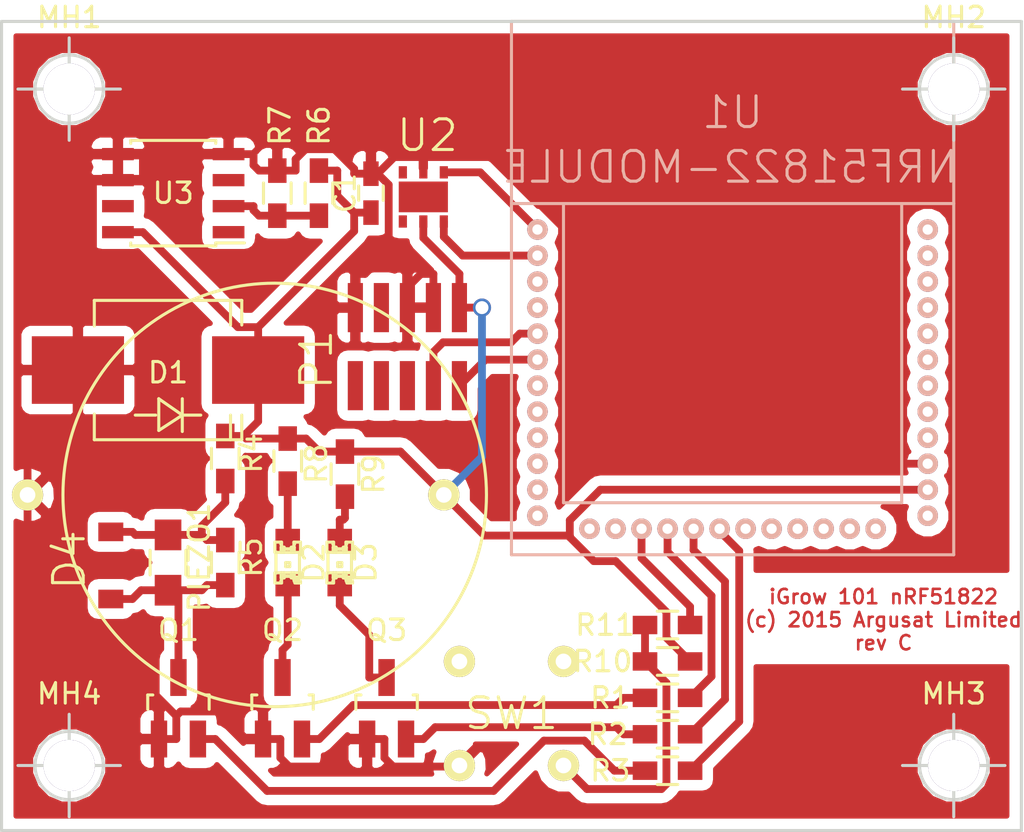
<source format=kicad_pcb>
(kicad_pcb (version 4) (host pcbnew "(after 2015-jan-16 BZR unknown)-product")

  (general
    (links 51)
    (no_connects 0)
    (area 131.242999 93.142999 181.177001 132.790001)
    (thickness 1.6)
    (drawings 9)
    (tracks 185)
    (zones 0)
    (modules 30)
    (nets 57)
  )

  (page A4)
  (title_block
    (title "iGrow Nordic nRF51822 Node")
    (date "Monday, 06 April 2015")
    (rev 101)
    (company "Argusat Limited")
    (comment 1 "Research and Development ")
  )

  (layers
    (0 F.Cu signal)
    (31 B.Cu signal)
    (32 B.Adhes user)
    (33 F.Adhes user)
    (34 B.Paste user)
    (35 F.Paste user)
    (36 B.SilkS user)
    (37 F.SilkS user)
    (38 B.Mask user)
    (39 F.Mask user)
    (40 Dwgs.User user)
    (41 Cmts.User user)
    (42 Eco1.User user)
    (43 Eco2.User user)
    (44 Edge.Cuts user)
    (45 Margin user)
    (46 B.CrtYd user)
    (47 F.CrtYd user)
    (48 B.Fab user)
    (49 F.Fab user)
  )

  (setup
    (last_trace_width 0.381)
    (trace_clearance 0.254)
    (zone_clearance 0.508)
    (zone_45_only no)
    (trace_min 0.254)
    (segment_width 0.2)
    (edge_width 0.15)
    (via_size 0.889)
    (via_drill 0.635)
    (via_min_size 0.889)
    (via_min_drill 0.508)
    (uvia_size 0.508)
    (uvia_drill 0.127)
    (uvias_allowed no)
    (uvia_min_size 0.508)
    (uvia_min_drill 0.127)
    (pcb_text_width 0.3)
    (pcb_text_size 1.5 1.5)
    (mod_edge_width 0.15)
    (mod_text_size 1.5 1.5)
    (mod_text_width 0.15)
    (pad_size 1.4 1.4)
    (pad_drill 0.6)
    (pad_to_mask_clearance 0.2)
    (aux_axis_origin 0 0)
    (visible_elements FFFFFF7F)
    (pcbplotparams
      (layerselection 0x00030_80000001)
      (usegerberextensions false)
      (excludeedgelayer true)
      (linewidth 0.100000)
      (plotframeref false)
      (viasonmask false)
      (mode 1)
      (useauxorigin false)
      (hpglpennumber 1)
      (hpglpenspeed 20)
      (hpglpendiameter 15)
      (hpglpenoverlay 2)
      (psnegative false)
      (psa4output false)
      (plotreference true)
      (plotvalue true)
      (plotinvisibletext false)
      (padsonsilk false)
      (subtractmaskfromsilk false)
      (outputformat 1)
      (mirror false)
      (drillshape 1)
      (scaleselection 1)
      (outputdirectory svg/))
  )

  (net 0 "")
  (net 1 GND)
  (net 2 VCC)
  (net 3 "Net-(D2-Pad1)")
  (net 4 "Net-(D2-Pad2)")
  (net 5 "Net-(D3-Pad1)")
  (net 6 "Net-(D3-Pad2)")
  (net 7 "Net-(D4-Pad1)")
  (net 8 "Net-(D4-Pad2)")
  (net 9 "Net-(P1-Pad2)")
  (net 10 "Net-(P1-Pad4)")
  (net 11 "Net-(P1-Pad6)")
  (net 12 "Net-(P1-Pad7)")
  (net 13 "Net-(P1-Pad8)")
  (net 14 "Net-(P1-Pad10)")
  (net 15 "Net-(Q1-Pad2)")
  (net 16 "Net-(Q2-Pad2)")
  (net 17 "Net-(Q3-Pad2)")
  (net 18 "Net-(R1-Pad2)")
  (net 19 "Net-(R2-Pad2)")
  (net 20 "Net-(R3-Pad2)")
  (net 21 "Net-(R6-Pad2)")
  (net 22 "Net-(R10-Pad2)")
  (net 23 "Net-(R11-Pad1)")
  (net 24 "Net-(U1-Pad1)")
  (net 25 "Net-(U1-Pad2)")
  (net 26 "Net-(U1-Pad3)")
  (net 27 "Net-(U1-Pad4)")
  (net 28 "Net-(U1-Pad5)")
  (net 29 "Net-(U1-Pad6)")
  (net 30 "Net-(U1-Pad7)")
  (net 31 "Net-(U1-Pad8)")
  (net 32 "Net-(U1-Pad9)")
  (net 33 "Net-(U1-Pad12)")
  (net 34 "Net-(U1-Pad13)")
  (net 35 "Net-(U1-Pad14)")
  (net 36 "Net-(U1-Pad15)")
  (net 37 "Net-(U1-Pad16)")
  (net 38 "Net-(U1-Pad18)")
  (net 39 "Net-(U1-Pad23)")
  (net 40 "Net-(U1-Pad24)")
  (net 41 "Net-(U1-Pad25)")
  (net 42 "Net-(U1-Pad26)")
  (net 43 "Net-(U1-Pad27)")
  (net 44 "Net-(U1-Pad28)")
  (net 45 "Net-(U1-Pad29)")
  (net 46 "Net-(U1-Pad30)")
  (net 47 "Net-(U1-Pad34)")
  (net 48 "Net-(U1-Pad35)")
  (net 49 "Net-(U2-Pad3)")
  (net 50 "Net-(U2-Pad4)")
  (net 51 "Net-(U3-Pad1)")
  (net 52 "Net-(U3-Pad3)")
  (net 53 "Net-(U3-Pad7)")
  (net 54 "Net-(U1-Pad33)")
  (net 55 "Net-(U1-Pad36)")
  (net 56 "Net-(U1-Pad17)")

  (net_class Default "This is the default net class."
    (clearance 0.254)
    (trace_width 0.381)
    (via_dia 0.889)
    (via_drill 0.635)
    (uvia_dia 0.508)
    (uvia_drill 0.127)
    (add_net GND)
    (add_net "Net-(D2-Pad1)")
    (add_net "Net-(D2-Pad2)")
    (add_net "Net-(D3-Pad1)")
    (add_net "Net-(D3-Pad2)")
    (add_net "Net-(D4-Pad1)")
    (add_net "Net-(D4-Pad2)")
    (add_net "Net-(P1-Pad10)")
    (add_net "Net-(P1-Pad2)")
    (add_net "Net-(P1-Pad4)")
    (add_net "Net-(P1-Pad6)")
    (add_net "Net-(P1-Pad7)")
    (add_net "Net-(P1-Pad8)")
    (add_net "Net-(Q1-Pad2)")
    (add_net "Net-(Q2-Pad2)")
    (add_net "Net-(Q3-Pad2)")
    (add_net "Net-(R1-Pad2)")
    (add_net "Net-(R10-Pad2)")
    (add_net "Net-(R11-Pad1)")
    (add_net "Net-(R2-Pad2)")
    (add_net "Net-(R3-Pad2)")
    (add_net "Net-(R6-Pad2)")
    (add_net "Net-(U1-Pad1)")
    (add_net "Net-(U1-Pad12)")
    (add_net "Net-(U1-Pad13)")
    (add_net "Net-(U1-Pad14)")
    (add_net "Net-(U1-Pad15)")
    (add_net "Net-(U1-Pad16)")
    (add_net "Net-(U1-Pad17)")
    (add_net "Net-(U1-Pad18)")
    (add_net "Net-(U1-Pad2)")
    (add_net "Net-(U1-Pad23)")
    (add_net "Net-(U1-Pad24)")
    (add_net "Net-(U1-Pad25)")
    (add_net "Net-(U1-Pad26)")
    (add_net "Net-(U1-Pad27)")
    (add_net "Net-(U1-Pad28)")
    (add_net "Net-(U1-Pad29)")
    (add_net "Net-(U1-Pad3)")
    (add_net "Net-(U1-Pad30)")
    (add_net "Net-(U1-Pad33)")
    (add_net "Net-(U1-Pad34)")
    (add_net "Net-(U1-Pad35)")
    (add_net "Net-(U1-Pad36)")
    (add_net "Net-(U1-Pad4)")
    (add_net "Net-(U1-Pad5)")
    (add_net "Net-(U1-Pad6)")
    (add_net "Net-(U1-Pad7)")
    (add_net "Net-(U1-Pad8)")
    (add_net "Net-(U1-Pad9)")
    (add_net "Net-(U2-Pad3)")
    (add_net "Net-(U2-Pad4)")
    (add_net "Net-(U3-Pad1)")
    (add_net "Net-(U3-Pad3)")
    (add_net "Net-(U3-Pad7)")
    (add_net VCC)
  )

  (module Capacitors_SMD:C_0603_HandSoldering (layer F.Cu) (tedit 55239F09) (tstamp 551D40BC)
    (at 149.352 101.6 90)
    (descr "Capacitor SMD 0603, hand soldering")
    (tags "capacitor 0603")
    (path /54D0FCD8)
    (attr smd)
    (fp_text reference C1 (at 0 -1.27 90) (layer F.SilkS)
      (effects (font (size 1 1) (thickness 0.15)))
    )
    (fp_text value C (at 0 1.9 90) (layer F.Fab)
      (effects (font (size 1 1) (thickness 0.15)))
    )
    (fp_line (start -1.85 -0.75) (end 1.85 -0.75) (layer F.CrtYd) (width 0.05))
    (fp_line (start -1.85 0.75) (end 1.85 0.75) (layer F.CrtYd) (width 0.05))
    (fp_line (start -1.85 -0.75) (end -1.85 0.75) (layer F.CrtYd) (width 0.05))
    (fp_line (start 1.85 -0.75) (end 1.85 0.75) (layer F.CrtYd) (width 0.05))
    (fp_line (start -0.35 -0.6) (end 0.35 -0.6) (layer F.SilkS) (width 0.15))
    (fp_line (start 0.35 0.6) (end -0.35 0.6) (layer F.SilkS) (width 0.15))
    (pad 1 smd rect (at -0.95 0 90) (size 1.2 0.75) (layers F.Cu F.Paste F.Mask)
      (net 2 VCC))
    (pad 2 smd rect (at 0.95 0 90) (size 1.2 0.75) (layers F.Cu F.Paste F.Mask)
      (net 1 GND))
    (model Capacitors_SMD.3dshapes/C_0603_HandSoldering.wrl
      (at (xyz 0 0 0))
      (scale (xyz 1 1 1))
      (rotate (xyz 0 0 0))
    )
  )

  (module Diodes_SMD:Diode-SMC_Handsoldering (layer F.Cu) (tedit 55239CCA) (tstamp 551D40D3)
    (at 139.446 110.236)
    (descr "Diode SMC Handsoldering")
    (tags "Diode SMC Handsoldering")
    (path /54CF8F9C)
    (attr smd)
    (fp_text reference D1 (at 0 0.127) (layer F.SilkS)
      (effects (font (size 1 1) (thickness 0.15)))
    )
    (fp_text value DIODE (at 0 5.08) (layer F.Fab)
      (effects (font (size 1 1) (thickness 0.15)))
    )
    (fp_circle (center 0 0) (end 0.8509 0.0508) (layer F.Adhes) (width 0.381))
    (fp_circle (center 0 0) (end 0.50038 0.0508) (layer F.Adhes) (width 0.381))
    (fp_circle (center 0 0) (end 0.14986 0.0508) (layer F.Adhes) (width 0.381))
    (fp_line (start 0.69596 2.19964) (end 1.59766 2.19964) (layer F.SilkS) (width 0.15))
    (fp_line (start -0.60198 2.19964) (end -1.6002 2.19964) (layer F.SilkS) (width 0.15))
    (fp_line (start 3.05054 3.40106) (end 3.05054 2.19964) (layer F.SilkS) (width 0.15))
    (fp_line (start 3.05054 -3.40106) (end 3.05054 -2.19964) (layer F.SilkS) (width 0.15))
    (fp_line (start 3.59918 3.40106) (end 3.59918 2.19964) (layer F.SilkS) (width 0.15))
    (fp_line (start 3.59918 -3.40106) (end 3.59918 -2.19964) (layer F.SilkS) (width 0.15))
    (fp_line (start -3.59918 3.40106) (end -3.59918 2.14884) (layer F.SilkS) (width 0.15))
    (fp_line (start -3.59918 -3.40106) (end -3.59918 -2.14884) (layer F.SilkS) (width 0.15))
    (fp_line (start 0.69596 1.39954) (end 0.69596 2.99974) (layer F.SilkS) (width 0.15))
    (fp_line (start -0.45212 2.94894) (end -0.45212 1.39954) (layer F.SilkS) (width 0.15))
    (fp_line (start 0.6985 2.19964) (end -0.45212 2.94894) (layer F.SilkS) (width 0.15))
    (fp_line (start 0.69596 2.19964) (end -0.45466 1.39954) (layer F.SilkS) (width 0.15))
    (fp_line (start -3.59918 3.40106) (end 3.59918 3.40106) (layer F.SilkS) (width 0.15))
    (fp_line (start -3.59918 -3.40106) (end 3.59918 -3.40106) (layer F.SilkS) (width 0.15))
    (pad 1 smd rect (at -4.39928 0 90) (size 3.29946 4.50088) (layers F.Cu F.Paste F.Mask)
      (net 1 GND))
    (pad 2 smd rect (at 4.39928 0 90) (size 3.29946 4.49834) (layers F.Cu F.Paste F.Mask)
      (net 2 VCC))
    (model Diodes_SMD.3dshapes/Diode-SMC_Handsoldering.wrl
      (at (xyz 0 0 0))
      (scale (xyz 0.3937 0.3937 0.3937))
      (rotate (xyz 0 0 0))
    )
  )

  (module LEDs:LED-0805 (layer F.Cu) (tedit 551D3F82) (tstamp 551D410E)
    (at 145.288 119.634 270)
    (descr "LED 0805 smd package")
    (tags "LED 0805 SMD")
    (path /54CE7CB6)
    (attr smd)
    (fp_text reference D2 (at 0 -1.27 270) (layer F.SilkS)
      (effects (font (size 1 1) (thickness 0.15)))
    )
    (fp_text value LED (at 0 1.27 270) (layer F.Fab)
      (effects (font (size 1 1) (thickness 0.15)))
    )
    (fp_line (start 0.49784 0.29972) (end 0.49784 0.62484) (layer F.SilkS) (width 0.15))
    (fp_line (start 0.49784 0.62484) (end 0.99822 0.62484) (layer F.SilkS) (width 0.15))
    (fp_line (start 0.99822 0.29972) (end 0.99822 0.62484) (layer F.SilkS) (width 0.15))
    (fp_line (start 0.49784 0.29972) (end 0.99822 0.29972) (layer F.SilkS) (width 0.15))
    (fp_line (start 0.49784 -0.32258) (end 0.49784 -0.17272) (layer F.SilkS) (width 0.15))
    (fp_line (start 0.49784 -0.17272) (end 0.7493 -0.17272) (layer F.SilkS) (width 0.15))
    (fp_line (start 0.7493 -0.32258) (end 0.7493 -0.17272) (layer F.SilkS) (width 0.15))
    (fp_line (start 0.49784 -0.32258) (end 0.7493 -0.32258) (layer F.SilkS) (width 0.15))
    (fp_line (start 0.49784 0.17272) (end 0.49784 0.32258) (layer F.SilkS) (width 0.15))
    (fp_line (start 0.49784 0.32258) (end 0.7493 0.32258) (layer F.SilkS) (width 0.15))
    (fp_line (start 0.7493 0.17272) (end 0.7493 0.32258) (layer F.SilkS) (width 0.15))
    (fp_line (start 0.49784 0.17272) (end 0.7493 0.17272) (layer F.SilkS) (width 0.15))
    (fp_line (start 0.49784 -0.19812) (end 0.49784 0.19812) (layer F.SilkS) (width 0.15))
    (fp_line (start 0.49784 0.19812) (end 0.6731 0.19812) (layer F.SilkS) (width 0.15))
    (fp_line (start 0.6731 -0.19812) (end 0.6731 0.19812) (layer F.SilkS) (width 0.15))
    (fp_line (start 0.49784 -0.19812) (end 0.6731 -0.19812) (layer F.SilkS) (width 0.15))
    (fp_line (start -0.99822 0.29972) (end -0.99822 0.62484) (layer F.SilkS) (width 0.15))
    (fp_line (start -0.99822 0.62484) (end -0.49784 0.62484) (layer F.SilkS) (width 0.15))
    (fp_line (start -0.49784 0.29972) (end -0.49784 0.62484) (layer F.SilkS) (width 0.15))
    (fp_line (start -0.99822 0.29972) (end -0.49784 0.29972) (layer F.SilkS) (width 0.15))
    (fp_line (start -0.99822 -0.62484) (end -0.99822 -0.29972) (layer F.SilkS) (width 0.15))
    (fp_line (start -0.99822 -0.29972) (end -0.49784 -0.29972) (layer F.SilkS) (width 0.15))
    (fp_line (start -0.49784 -0.62484) (end -0.49784 -0.29972) (layer F.SilkS) (width 0.15))
    (fp_line (start -0.99822 -0.62484) (end -0.49784 -0.62484) (layer F.SilkS) (width 0.15))
    (fp_line (start -0.7493 0.17272) (end -0.7493 0.32258) (layer F.SilkS) (width 0.15))
    (fp_line (start -0.7493 0.32258) (end -0.49784 0.32258) (layer F.SilkS) (width 0.15))
    (fp_line (start -0.49784 0.17272) (end -0.49784 0.32258) (layer F.SilkS) (width 0.15))
    (fp_line (start -0.7493 0.17272) (end -0.49784 0.17272) (layer F.SilkS) (width 0.15))
    (fp_line (start -0.7493 -0.32258) (end -0.7493 -0.17272) (layer F.SilkS) (width 0.15))
    (fp_line (start -0.7493 -0.17272) (end -0.49784 -0.17272) (layer F.SilkS) (width 0.15))
    (fp_line (start -0.49784 -0.32258) (end -0.49784 -0.17272) (layer F.SilkS) (width 0.15))
    (fp_line (start -0.7493 -0.32258) (end -0.49784 -0.32258) (layer F.SilkS) (width 0.15))
    (fp_line (start -0.6731 -0.19812) (end -0.6731 0.19812) (layer F.SilkS) (width 0.15))
    (fp_line (start -0.6731 0.19812) (end -0.49784 0.19812) (layer F.SilkS) (width 0.15))
    (fp_line (start -0.49784 -0.19812) (end -0.49784 0.19812) (layer F.SilkS) (width 0.15))
    (fp_line (start -0.6731 -0.19812) (end -0.49784 -0.19812) (layer F.SilkS) (width 0.15))
    (fp_line (start 0 -0.09906) (end 0 0.09906) (layer F.SilkS) (width 0.15))
    (fp_line (start 0 0.09906) (end 0.19812 0.09906) (layer F.SilkS) (width 0.15))
    (fp_line (start 0.19812 -0.09906) (end 0.19812 0.09906) (layer F.SilkS) (width 0.15))
    (fp_line (start 0 -0.09906) (end 0.19812 -0.09906) (layer F.SilkS) (width 0.15))
    (fp_line (start 0.49784 -0.59944) (end 0.49784 -0.29972) (layer F.SilkS) (width 0.15))
    (fp_line (start 0.49784 -0.29972) (end 0.79756 -0.29972) (layer F.SilkS) (width 0.15))
    (fp_line (start 0.79756 -0.59944) (end 0.79756 -0.29972) (layer F.SilkS) (width 0.15))
    (fp_line (start 0.49784 -0.59944) (end 0.79756 -0.59944) (layer F.SilkS) (width 0.15))
    (fp_line (start 0.92456 -0.62484) (end 0.92456 -0.39878) (layer F.SilkS) (width 0.15))
    (fp_line (start 0.92456 -0.39878) (end 0.99822 -0.39878) (layer F.SilkS) (width 0.15))
    (fp_line (start 0.99822 -0.62484) (end 0.99822 -0.39878) (layer F.SilkS) (width 0.15))
    (fp_line (start 0.92456 -0.62484) (end 0.99822 -0.62484) (layer F.SilkS) (width 0.15))
    (fp_line (start 0.52324 0.57404) (end -0.52324 0.57404) (layer F.SilkS) (width 0.15))
    (fp_line (start -0.49784 -0.57404) (end 0.92456 -0.57404) (layer F.SilkS) (width 0.15))
    (fp_circle (center 0.84836 -0.44958) (end 0.89916 -0.50038) (layer F.SilkS) (width 0.15))
    (fp_arc (start 0.99822 0) (end 0.99822 0.34798) (angle 180) (layer F.SilkS) (width 0.15))
    (fp_arc (start -0.99822 0) (end -0.99822 -0.34798) (angle 180) (layer F.SilkS) (width 0.15))
    (pad 1 smd rect (at -1.04902 0 270) (size 1.19888 1.19888) (layers F.Cu F.Paste F.Mask)
      (net 3 "Net-(D2-Pad1)"))
    (pad 2 smd rect (at 1.04902 0 270) (size 1.19888 1.19888) (layers F.Cu F.Paste F.Mask)
      (net 4 "Net-(D2-Pad2)"))
  )

  (module LEDs:LED-0805 (layer F.Cu) (tedit 551D3F82) (tstamp 551D4149)
    (at 147.828 119.634 270)
    (descr "LED 0805 smd package")
    (tags "LED 0805 SMD")
    (path /54CE7D13)
    (attr smd)
    (fp_text reference D3 (at 0 -1.27 270) (layer F.SilkS)
      (effects (font (size 1 1) (thickness 0.15)))
    )
    (fp_text value LED (at 0 1.27 270) (layer F.Fab)
      (effects (font (size 1 1) (thickness 0.15)))
    )
    (fp_line (start 0.49784 0.29972) (end 0.49784 0.62484) (layer F.SilkS) (width 0.15))
    (fp_line (start 0.49784 0.62484) (end 0.99822 0.62484) (layer F.SilkS) (width 0.15))
    (fp_line (start 0.99822 0.29972) (end 0.99822 0.62484) (layer F.SilkS) (width 0.15))
    (fp_line (start 0.49784 0.29972) (end 0.99822 0.29972) (layer F.SilkS) (width 0.15))
    (fp_line (start 0.49784 -0.32258) (end 0.49784 -0.17272) (layer F.SilkS) (width 0.15))
    (fp_line (start 0.49784 -0.17272) (end 0.7493 -0.17272) (layer F.SilkS) (width 0.15))
    (fp_line (start 0.7493 -0.32258) (end 0.7493 -0.17272) (layer F.SilkS) (width 0.15))
    (fp_line (start 0.49784 -0.32258) (end 0.7493 -0.32258) (layer F.SilkS) (width 0.15))
    (fp_line (start 0.49784 0.17272) (end 0.49784 0.32258) (layer F.SilkS) (width 0.15))
    (fp_line (start 0.49784 0.32258) (end 0.7493 0.32258) (layer F.SilkS) (width 0.15))
    (fp_line (start 0.7493 0.17272) (end 0.7493 0.32258) (layer F.SilkS) (width 0.15))
    (fp_line (start 0.49784 0.17272) (end 0.7493 0.17272) (layer F.SilkS) (width 0.15))
    (fp_line (start 0.49784 -0.19812) (end 0.49784 0.19812) (layer F.SilkS) (width 0.15))
    (fp_line (start 0.49784 0.19812) (end 0.6731 0.19812) (layer F.SilkS) (width 0.15))
    (fp_line (start 0.6731 -0.19812) (end 0.6731 0.19812) (layer F.SilkS) (width 0.15))
    (fp_line (start 0.49784 -0.19812) (end 0.6731 -0.19812) (layer F.SilkS) (width 0.15))
    (fp_line (start -0.99822 0.29972) (end -0.99822 0.62484) (layer F.SilkS) (width 0.15))
    (fp_line (start -0.99822 0.62484) (end -0.49784 0.62484) (layer F.SilkS) (width 0.15))
    (fp_line (start -0.49784 0.29972) (end -0.49784 0.62484) (layer F.SilkS) (width 0.15))
    (fp_line (start -0.99822 0.29972) (end -0.49784 0.29972) (layer F.SilkS) (width 0.15))
    (fp_line (start -0.99822 -0.62484) (end -0.99822 -0.29972) (layer F.SilkS) (width 0.15))
    (fp_line (start -0.99822 -0.29972) (end -0.49784 -0.29972) (layer F.SilkS) (width 0.15))
    (fp_line (start -0.49784 -0.62484) (end -0.49784 -0.29972) (layer F.SilkS) (width 0.15))
    (fp_line (start -0.99822 -0.62484) (end -0.49784 -0.62484) (layer F.SilkS) (width 0.15))
    (fp_line (start -0.7493 0.17272) (end -0.7493 0.32258) (layer F.SilkS) (width 0.15))
    (fp_line (start -0.7493 0.32258) (end -0.49784 0.32258) (layer F.SilkS) (width 0.15))
    (fp_line (start -0.49784 0.17272) (end -0.49784 0.32258) (layer F.SilkS) (width 0.15))
    (fp_line (start -0.7493 0.17272) (end -0.49784 0.17272) (layer F.SilkS) (width 0.15))
    (fp_line (start -0.7493 -0.32258) (end -0.7493 -0.17272) (layer F.SilkS) (width 0.15))
    (fp_line (start -0.7493 -0.17272) (end -0.49784 -0.17272) (layer F.SilkS) (width 0.15))
    (fp_line (start -0.49784 -0.32258) (end -0.49784 -0.17272) (layer F.SilkS) (width 0.15))
    (fp_line (start -0.7493 -0.32258) (end -0.49784 -0.32258) (layer F.SilkS) (width 0.15))
    (fp_line (start -0.6731 -0.19812) (end -0.6731 0.19812) (layer F.SilkS) (width 0.15))
    (fp_line (start -0.6731 0.19812) (end -0.49784 0.19812) (layer F.SilkS) (width 0.15))
    (fp_line (start -0.49784 -0.19812) (end -0.49784 0.19812) (layer F.SilkS) (width 0.15))
    (fp_line (start -0.6731 -0.19812) (end -0.49784 -0.19812) (layer F.SilkS) (width 0.15))
    (fp_line (start 0 -0.09906) (end 0 0.09906) (layer F.SilkS) (width 0.15))
    (fp_line (start 0 0.09906) (end 0.19812 0.09906) (layer F.SilkS) (width 0.15))
    (fp_line (start 0.19812 -0.09906) (end 0.19812 0.09906) (layer F.SilkS) (width 0.15))
    (fp_line (start 0 -0.09906) (end 0.19812 -0.09906) (layer F.SilkS) (width 0.15))
    (fp_line (start 0.49784 -0.59944) (end 0.49784 -0.29972) (layer F.SilkS) (width 0.15))
    (fp_line (start 0.49784 -0.29972) (end 0.79756 -0.29972) (layer F.SilkS) (width 0.15))
    (fp_line (start 0.79756 -0.59944) (end 0.79756 -0.29972) (layer F.SilkS) (width 0.15))
    (fp_line (start 0.49784 -0.59944) (end 0.79756 -0.59944) (layer F.SilkS) (width 0.15))
    (fp_line (start 0.92456 -0.62484) (end 0.92456 -0.39878) (layer F.SilkS) (width 0.15))
    (fp_line (start 0.92456 -0.39878) (end 0.99822 -0.39878) (layer F.SilkS) (width 0.15))
    (fp_line (start 0.99822 -0.62484) (end 0.99822 -0.39878) (layer F.SilkS) (width 0.15))
    (fp_line (start 0.92456 -0.62484) (end 0.99822 -0.62484) (layer F.SilkS) (width 0.15))
    (fp_line (start 0.52324 0.57404) (end -0.52324 0.57404) (layer F.SilkS) (width 0.15))
    (fp_line (start -0.49784 -0.57404) (end 0.92456 -0.57404) (layer F.SilkS) (width 0.15))
    (fp_circle (center 0.84836 -0.44958) (end 0.89916 -0.50038) (layer F.SilkS) (width 0.15))
    (fp_arc (start 0.99822 0) (end 0.99822 0.34798) (angle 180) (layer F.SilkS) (width 0.15))
    (fp_arc (start -0.99822 0) (end -0.99822 -0.34798) (angle 180) (layer F.SilkS) (width 0.15))
    (pad 1 smd rect (at -1.04902 0 270) (size 1.19888 1.19888) (layers F.Cu F.Paste F.Mask)
      (net 5 "Net-(D3-Pad1)"))
    (pad 2 smd rect (at 1.04902 0 270) (size 1.19888 1.19888) (layers F.Cu F.Paste F.Mask)
      (net 6 "Net-(D3-Pad2)"))
  )

  (module Housings_SOT-23_SOT-143_TSOT-6:SOT-23_Handsoldering (layer F.Cu) (tedit 54E9291B) (tstamp 551D4174)
    (at 139.954 126.746)
    (descr "SOT-23, Handsoldering")
    (tags SOT-23)
    (path /54D8AD15)
    (attr smd)
    (fp_text reference Q1 (at 0 -3.81) (layer F.SilkS)
      (effects (font (size 1 1) (thickness 0.15)))
    )
    (fp_text value NPN (at 0 3.81) (layer F.Fab)
      (effects (font (size 1 1) (thickness 0.15)))
    )
    (fp_line (start -1.49982 0.0508) (end -1.49982 -0.65024) (layer F.SilkS) (width 0.15))
    (fp_line (start -1.49982 -0.65024) (end -1.2509 -0.65024) (layer F.SilkS) (width 0.15))
    (fp_line (start 1.29916 -0.65024) (end 1.49982 -0.65024) (layer F.SilkS) (width 0.15))
    (fp_line (start 1.49982 -0.65024) (end 1.49982 0.0508) (layer F.SilkS) (width 0.15))
    (pad 1 smd rect (at -0.95 1.50114) (size 0.8001 1.80086) (layers F.Cu F.Paste F.Mask)
      (net 1 GND))
    (pad 2 smd rect (at 0.95 1.50114) (size 0.8001 1.80086) (layers F.Cu F.Paste F.Mask)
      (net 15 "Net-(Q1-Pad2)"))
    (pad 3 smd rect (at 0 -1.50114) (size 0.8001 1.80086) (layers F.Cu F.Paste F.Mask)
      (net 7 "Net-(D4-Pad1)"))
    (model Housings_SOT-23_SOT-143_TSOT-6.3dshapes/SOT-23_Handsoldering.wrl
      (at (xyz 0 0 0))
      (scale (xyz 1 1 1))
      (rotate (xyz 0 0 0))
    )
  )

  (module Housings_SOT-23_SOT-143_TSOT-6:SOT-23_Handsoldering (layer F.Cu) (tedit 54E9291B) (tstamp 551D417F)
    (at 145.034 126.746)
    (descr "SOT-23, Handsoldering")
    (tags SOT-23)
    (path /54F1A32E)
    (attr smd)
    (fp_text reference Q2 (at 0 -3.81) (layer F.SilkS)
      (effects (font (size 1 1) (thickness 0.15)))
    )
    (fp_text value NPN (at 0 3.81) (layer F.Fab)
      (effects (font (size 1 1) (thickness 0.15)))
    )
    (fp_line (start -1.49982 0.0508) (end -1.49982 -0.65024) (layer F.SilkS) (width 0.15))
    (fp_line (start -1.49982 -0.65024) (end -1.2509 -0.65024) (layer F.SilkS) (width 0.15))
    (fp_line (start 1.29916 -0.65024) (end 1.49982 -0.65024) (layer F.SilkS) (width 0.15))
    (fp_line (start 1.49982 -0.65024) (end 1.49982 0.0508) (layer F.SilkS) (width 0.15))
    (pad 1 smd rect (at -0.95 1.50114) (size 0.8001 1.80086) (layers F.Cu F.Paste F.Mask)
      (net 1 GND))
    (pad 2 smd rect (at 0.95 1.50114) (size 0.8001 1.80086) (layers F.Cu F.Paste F.Mask)
      (net 16 "Net-(Q2-Pad2)"))
    (pad 3 smd rect (at 0 -1.50114) (size 0.8001 1.80086) (layers F.Cu F.Paste F.Mask)
      (net 4 "Net-(D2-Pad2)"))
    (model Housings_SOT-23_SOT-143_TSOT-6.3dshapes/SOT-23_Handsoldering.wrl
      (at (xyz 0 0 0))
      (scale (xyz 1 1 1))
      (rotate (xyz 0 0 0))
    )
  )

  (module Housings_SOT-23_SOT-143_TSOT-6:SOT-23_Handsoldering (layer F.Cu) (tedit 54E9291B) (tstamp 551D418A)
    (at 150.114 126.746)
    (descr "SOT-23, Handsoldering")
    (tags SOT-23)
    (path /54F1A430)
    (attr smd)
    (fp_text reference Q3 (at 0 -3.81) (layer F.SilkS)
      (effects (font (size 1 1) (thickness 0.15)))
    )
    (fp_text value NPN (at 0 3.81) (layer F.Fab)
      (effects (font (size 1 1) (thickness 0.15)))
    )
    (fp_line (start -1.49982 0.0508) (end -1.49982 -0.65024) (layer F.SilkS) (width 0.15))
    (fp_line (start -1.49982 -0.65024) (end -1.2509 -0.65024) (layer F.SilkS) (width 0.15))
    (fp_line (start 1.29916 -0.65024) (end 1.49982 -0.65024) (layer F.SilkS) (width 0.15))
    (fp_line (start 1.49982 -0.65024) (end 1.49982 0.0508) (layer F.SilkS) (width 0.15))
    (pad 1 smd rect (at -0.95 1.50114) (size 0.8001 1.80086) (layers F.Cu F.Paste F.Mask)
      (net 1 GND))
    (pad 2 smd rect (at 0.95 1.50114) (size 0.8001 1.80086) (layers F.Cu F.Paste F.Mask)
      (net 17 "Net-(Q3-Pad2)"))
    (pad 3 smd rect (at 0 -1.50114) (size 0.8001 1.80086) (layers F.Cu F.Paste F.Mask)
      (net 6 "Net-(D3-Pad2)"))
    (model Housings_SOT-23_SOT-143_TSOT-6.3dshapes/SOT-23_Handsoldering.wrl
      (at (xyz 0 0 0))
      (scale (xyz 1 1 1))
      (rotate (xyz 0 0 0))
    )
  )

  (module Resistors_SMD:R_0603_HandSoldering (layer F.Cu) (tedit 55239F62) (tstamp 551D4196)
    (at 163.83 126.238)
    (descr "Resistor SMD 0603, hand soldering")
    (tags "resistor 0603")
    (path /54D10405)
    (attr smd)
    (fp_text reference R1 (at -2.794 0) (layer F.SilkS)
      (effects (font (size 1 1) (thickness 0.15)))
    )
    (fp_text value R (at 0 1.9) (layer F.Fab)
      (effects (font (size 1 1) (thickness 0.15)))
    )
    (fp_line (start -2 -0.8) (end 2 -0.8) (layer F.CrtYd) (width 0.05))
    (fp_line (start -2 0.8) (end 2 0.8) (layer F.CrtYd) (width 0.05))
    (fp_line (start -2 -0.8) (end -2 0.8) (layer F.CrtYd) (width 0.05))
    (fp_line (start 2 -0.8) (end 2 0.8) (layer F.CrtYd) (width 0.05))
    (fp_line (start 0.5 0.675) (end -0.5 0.675) (layer F.SilkS) (width 0.15))
    (fp_line (start -0.5 -0.675) (end 0.5 -0.675) (layer F.SilkS) (width 0.15))
    (pad 1 smd rect (at -1.1 0) (size 1.2 0.9) (layers F.Cu F.Paste F.Mask)
      (net 16 "Net-(Q2-Pad2)"))
    (pad 2 smd rect (at 1.1 0) (size 1.2 0.9) (layers F.Cu F.Paste F.Mask)
      (net 18 "Net-(R1-Pad2)"))
    (model Resistors_SMD.3dshapes/R_0603_HandSoldering.wrl
      (at (xyz 0 0 0))
      (scale (xyz 1 1 1))
      (rotate (xyz 0 0 0))
    )
  )

  (module Resistors_SMD:R_0603_HandSoldering (layer F.Cu) (tedit 55239F4E) (tstamp 551D41A2)
    (at 163.83 128.016)
    (descr "Resistor SMD 0603, hand soldering")
    (tags "resistor 0603")
    (path /54D10451)
    (attr smd)
    (fp_text reference R2 (at -2.921 0) (layer F.SilkS)
      (effects (font (size 1 1) (thickness 0.15)))
    )
    (fp_text value R (at 0 1.9) (layer F.Fab)
      (effects (font (size 1 1) (thickness 0.15)))
    )
    (fp_line (start -2 -0.8) (end 2 -0.8) (layer F.CrtYd) (width 0.05))
    (fp_line (start -2 0.8) (end 2 0.8) (layer F.CrtYd) (width 0.05))
    (fp_line (start -2 -0.8) (end -2 0.8) (layer F.CrtYd) (width 0.05))
    (fp_line (start 2 -0.8) (end 2 0.8) (layer F.CrtYd) (width 0.05))
    (fp_line (start 0.5 0.675) (end -0.5 0.675) (layer F.SilkS) (width 0.15))
    (fp_line (start -0.5 -0.675) (end 0.5 -0.675) (layer F.SilkS) (width 0.15))
    (pad 1 smd rect (at -1.1 0) (size 1.2 0.9) (layers F.Cu F.Paste F.Mask)
      (net 17 "Net-(Q3-Pad2)"))
    (pad 2 smd rect (at 1.1 0) (size 1.2 0.9) (layers F.Cu F.Paste F.Mask)
      (net 19 "Net-(R2-Pad2)"))
    (model Resistors_SMD.3dshapes/R_0603_HandSoldering.wrl
      (at (xyz 0 0 0))
      (scale (xyz 1 1 1))
      (rotate (xyz 0 0 0))
    )
  )

  (module Resistors_SMD:R_0603_HandSoldering (layer F.Cu) (tedit 55239F45) (tstamp 551D41AE)
    (at 163.83 129.794)
    (descr "Resistor SMD 0603, hand soldering")
    (tags "resistor 0603")
    (path /54D8AD64)
    (attr smd)
    (fp_text reference R3 (at -2.794 0) (layer F.SilkS)
      (effects (font (size 1 1) (thickness 0.15)))
    )
    (fp_text value R (at 0 1.9) (layer F.Fab)
      (effects (font (size 1 1) (thickness 0.15)))
    )
    (fp_line (start -2 -0.8) (end 2 -0.8) (layer F.CrtYd) (width 0.05))
    (fp_line (start -2 0.8) (end 2 0.8) (layer F.CrtYd) (width 0.05))
    (fp_line (start -2 -0.8) (end -2 0.8) (layer F.CrtYd) (width 0.05))
    (fp_line (start 2 -0.8) (end 2 0.8) (layer F.CrtYd) (width 0.05))
    (fp_line (start 0.5 0.675) (end -0.5 0.675) (layer F.SilkS) (width 0.15))
    (fp_line (start -0.5 -0.675) (end 0.5 -0.675) (layer F.SilkS) (width 0.15))
    (pad 1 smd rect (at -1.1 0) (size 1.2 0.9) (layers F.Cu F.Paste F.Mask)
      (net 15 "Net-(Q1-Pad2)"))
    (pad 2 smd rect (at 1.1 0) (size 1.2 0.9) (layers F.Cu F.Paste F.Mask)
      (net 20 "Net-(R3-Pad2)"))
    (model Resistors_SMD.3dshapes/R_0603_HandSoldering.wrl
      (at (xyz 0 0 0))
      (scale (xyz 1 1 1))
      (rotate (xyz 0 0 0))
    )
  )

  (module Resistors_SMD:R_0603_HandSoldering (layer F.Cu) (tedit 55239E9F) (tstamp 551D41BA)
    (at 142.24 114.554 270)
    (descr "Resistor SMD 0603, hand soldering")
    (tags "resistor 0603")
    (path /54D8AA25)
    (attr smd)
    (fp_text reference R4 (at -0.254 -1.27 270) (layer F.SilkS)
      (effects (font (size 1 1) (thickness 0.15)))
    )
    (fp_text value R (at 0 1.9 270) (layer F.Fab)
      (effects (font (size 1 1) (thickness 0.15)))
    )
    (fp_line (start -2 -0.8) (end 2 -0.8) (layer F.CrtYd) (width 0.05))
    (fp_line (start -2 0.8) (end 2 0.8) (layer F.CrtYd) (width 0.05))
    (fp_line (start -2 -0.8) (end -2 0.8) (layer F.CrtYd) (width 0.05))
    (fp_line (start 2 -0.8) (end 2 0.8) (layer F.CrtYd) (width 0.05))
    (fp_line (start 0.5 0.675) (end -0.5 0.675) (layer F.SilkS) (width 0.15))
    (fp_line (start -0.5 -0.675) (end 0.5 -0.675) (layer F.SilkS) (width 0.15))
    (pad 1 smd rect (at -1.1 0 270) (size 1.2 0.9) (layers F.Cu F.Paste F.Mask)
      (net 2 VCC))
    (pad 2 smd rect (at 1.1 0 270) (size 1.2 0.9) (layers F.Cu F.Paste F.Mask)
      (net 8 "Net-(D4-Pad2)"))
    (model Resistors_SMD.3dshapes/R_0603_HandSoldering.wrl
      (at (xyz 0 0 0))
      (scale (xyz 1 1 1))
      (rotate (xyz 0 0 0))
    )
  )

  (module Resistors_SMD:R_0603_HandSoldering (layer F.Cu) (tedit 55239E89) (tstamp 551D41C6)
    (at 142.24 119.634 270)
    (descr "Resistor SMD 0603, hand soldering")
    (tags "resistor 0603")
    (path /54D8AA66)
    (attr smd)
    (fp_text reference R5 (at -0.254 -1.27 270) (layer F.SilkS)
      (effects (font (size 1 1) (thickness 0.15)))
    )
    (fp_text value R (at 0 1.9 270) (layer F.Fab)
      (effects (font (size 1 1) (thickness 0.15)))
    )
    (fp_line (start -2 -0.8) (end 2 -0.8) (layer F.CrtYd) (width 0.05))
    (fp_line (start -2 0.8) (end 2 0.8) (layer F.CrtYd) (width 0.05))
    (fp_line (start -2 -0.8) (end -2 0.8) (layer F.CrtYd) (width 0.05))
    (fp_line (start 2 -0.8) (end 2 0.8) (layer F.CrtYd) (width 0.05))
    (fp_line (start 0.5 0.675) (end -0.5 0.675) (layer F.SilkS) (width 0.15))
    (fp_line (start -0.5 -0.675) (end 0.5 -0.675) (layer F.SilkS) (width 0.15))
    (pad 1 smd rect (at -1.1 0 270) (size 1.2 0.9) (layers F.Cu F.Paste F.Mask)
      (net 8 "Net-(D4-Pad2)"))
    (pad 2 smd rect (at 1.1 0 270) (size 1.2 0.9) (layers F.Cu F.Paste F.Mask)
      (net 7 "Net-(D4-Pad1)"))
    (model Resistors_SMD.3dshapes/R_0603_HandSoldering.wrl
      (at (xyz 0 0 0))
      (scale (xyz 1 1 1))
      (rotate (xyz 0 0 0))
    )
  )

  (module Resistors_SMD:R_0603_HandSoldering (layer F.Cu) (tedit 55239EFB) (tstamp 551D41D2)
    (at 146.812 101.6 270)
    (descr "Resistor SMD 0603, hand soldering")
    (tags "resistor 0603")
    (path /54EAF52E)
    (attr smd)
    (fp_text reference R6 (at -3.302 0 270) (layer F.SilkS)
      (effects (font (size 1 1) (thickness 0.15)))
    )
    (fp_text value R (at 0 1.9 270) (layer F.Fab)
      (effects (font (size 1 1) (thickness 0.15)))
    )
    (fp_line (start -2 -0.8) (end 2 -0.8) (layer F.CrtYd) (width 0.05))
    (fp_line (start -2 0.8) (end 2 0.8) (layer F.CrtYd) (width 0.05))
    (fp_line (start -2 -0.8) (end -2 0.8) (layer F.CrtYd) (width 0.05))
    (fp_line (start 2 -0.8) (end 2 0.8) (layer F.CrtYd) (width 0.05))
    (fp_line (start 0.5 0.675) (end -0.5 0.675) (layer F.SilkS) (width 0.15))
    (fp_line (start -0.5 -0.675) (end 0.5 -0.675) (layer F.SilkS) (width 0.15))
    (pad 1 smd rect (at -1.1 0 270) (size 1.2 0.9) (layers F.Cu F.Paste F.Mask)
      (net 2 VCC))
    (pad 2 smd rect (at 1.1 0 270) (size 1.2 0.9) (layers F.Cu F.Paste F.Mask)
      (net 21 "Net-(R6-Pad2)"))
    (model Resistors_SMD.3dshapes/R_0603_HandSoldering.wrl
      (at (xyz 0 0 0))
      (scale (xyz 1 1 1))
      (rotate (xyz 0 0 0))
    )
  )

  (module Resistors_SMD:R_0603_HandSoldering (layer F.Cu) (tedit 55239EF5) (tstamp 551D41DE)
    (at 144.78 101.6 90)
    (descr "Resistor SMD 0603, hand soldering")
    (tags "resistor 0603")
    (path /54EAF5B7)
    (attr smd)
    (fp_text reference R7 (at 3.302 0.127 90) (layer F.SilkS)
      (effects (font (size 1 1) (thickness 0.15)))
    )
    (fp_text value R (at 0 1.9 90) (layer F.Fab)
      (effects (font (size 1 1) (thickness 0.15)))
    )
    (fp_line (start -2 -0.8) (end 2 -0.8) (layer F.CrtYd) (width 0.05))
    (fp_line (start -2 0.8) (end 2 0.8) (layer F.CrtYd) (width 0.05))
    (fp_line (start -2 -0.8) (end -2 0.8) (layer F.CrtYd) (width 0.05))
    (fp_line (start 2 -0.8) (end 2 0.8) (layer F.CrtYd) (width 0.05))
    (fp_line (start 0.5 0.675) (end -0.5 0.675) (layer F.SilkS) (width 0.15))
    (fp_line (start -0.5 -0.675) (end 0.5 -0.675) (layer F.SilkS) (width 0.15))
    (pad 1 smd rect (at -1.1 0 90) (size 1.2 0.9) (layers F.Cu F.Paste F.Mask)
      (net 21 "Net-(R6-Pad2)"))
    (pad 2 smd rect (at 1.1 0 90) (size 1.2 0.9) (layers F.Cu F.Paste F.Mask)
      (net 1 GND))
    (model Resistors_SMD.3dshapes/R_0603_HandSoldering.wrl
      (at (xyz 0 0 0))
      (scale (xyz 1 1 1))
      (rotate (xyz 0 0 0))
    )
  )

  (module Resistors_SMD:R_0603_HandSoldering (layer F.Cu) (tedit 55239ED8) (tstamp 551D41EA)
    (at 145.288 114.681 270)
    (descr "Resistor SMD 0603, hand soldering")
    (tags "resistor 0603")
    (path /54F1B2F9)
    (attr smd)
    (fp_text reference R8 (at 0.127 -1.397 270) (layer F.SilkS)
      (effects (font (size 1 1) (thickness 0.15)))
    )
    (fp_text value R (at 0 1.9 270) (layer F.Fab)
      (effects (font (size 1 1) (thickness 0.15)))
    )
    (fp_line (start -2 -0.8) (end 2 -0.8) (layer F.CrtYd) (width 0.05))
    (fp_line (start -2 0.8) (end 2 0.8) (layer F.CrtYd) (width 0.05))
    (fp_line (start -2 -0.8) (end -2 0.8) (layer F.CrtYd) (width 0.05))
    (fp_line (start 2 -0.8) (end 2 0.8) (layer F.CrtYd) (width 0.05))
    (fp_line (start 0.5 0.675) (end -0.5 0.675) (layer F.SilkS) (width 0.15))
    (fp_line (start -0.5 -0.675) (end 0.5 -0.675) (layer F.SilkS) (width 0.15))
    (pad 1 smd rect (at -1.1 0 270) (size 1.2 0.9) (layers F.Cu F.Paste F.Mask)
      (net 2 VCC))
    (pad 2 smd rect (at 1.1 0 270) (size 1.2 0.9) (layers F.Cu F.Paste F.Mask)
      (net 3 "Net-(D2-Pad1)"))
    (model Resistors_SMD.3dshapes/R_0603_HandSoldering.wrl
      (at (xyz 0 0 0))
      (scale (xyz 1 1 1))
      (rotate (xyz 0 0 0))
    )
  )

  (module Resistors_SMD:R_0603_HandSoldering (layer F.Cu) (tedit 55239ED4) (tstamp 551D41F6)
    (at 148.082 115.316 270)
    (descr "Resistor SMD 0603, hand soldering")
    (tags "resistor 0603")
    (path /54F1B9F8)
    (attr smd)
    (fp_text reference R9 (at 0 -1.397 270) (layer F.SilkS)
      (effects (font (size 1 1) (thickness 0.15)))
    )
    (fp_text value R (at 0 1.9 270) (layer F.Fab)
      (effects (font (size 1 1) (thickness 0.15)))
    )
    (fp_line (start -2 -0.8) (end 2 -0.8) (layer F.CrtYd) (width 0.05))
    (fp_line (start -2 0.8) (end 2 0.8) (layer F.CrtYd) (width 0.05))
    (fp_line (start -2 -0.8) (end -2 0.8) (layer F.CrtYd) (width 0.05))
    (fp_line (start 2 -0.8) (end 2 0.8) (layer F.CrtYd) (width 0.05))
    (fp_line (start 0.5 0.675) (end -0.5 0.675) (layer F.SilkS) (width 0.15))
    (fp_line (start -0.5 -0.675) (end 0.5 -0.675) (layer F.SilkS) (width 0.15))
    (pad 1 smd rect (at -1.1 0 270) (size 1.2 0.9) (layers F.Cu F.Paste F.Mask)
      (net 2 VCC))
    (pad 2 smd rect (at 1.1 0 270) (size 1.2 0.9) (layers F.Cu F.Paste F.Mask)
      (net 5 "Net-(D3-Pad1)"))
    (model Resistors_SMD.3dshapes/R_0603_HandSoldering.wrl
      (at (xyz 0 0 0))
      (scale (xyz 1 1 1))
      (rotate (xyz 0 0 0))
    )
  )

  (module Resistors_SMD:R_0603_HandSoldering (layer F.Cu) (tedit 55239F5B) (tstamp 551D4202)
    (at 163.83 124.46 180)
    (descr "Resistor SMD 0603, hand soldering")
    (tags "resistor 0603")
    (path /54F1CF92)
    (attr smd)
    (fp_text reference R10 (at 3.175 0 180) (layer F.SilkS)
      (effects (font (size 1 1) (thickness 0.15)))
    )
    (fp_text value R (at 0 1.9 180) (layer F.Fab)
      (effects (font (size 1 1) (thickness 0.15)))
    )
    (fp_line (start -2 -0.8) (end 2 -0.8) (layer F.CrtYd) (width 0.05))
    (fp_line (start -2 0.8) (end 2 0.8) (layer F.CrtYd) (width 0.05))
    (fp_line (start -2 -0.8) (end -2 0.8) (layer F.CrtYd) (width 0.05))
    (fp_line (start 2 -0.8) (end 2 0.8) (layer F.CrtYd) (width 0.05))
    (fp_line (start 0.5 0.675) (end -0.5 0.675) (layer F.SilkS) (width 0.15))
    (fp_line (start -0.5 -0.675) (end 0.5 -0.675) (layer F.SilkS) (width 0.15))
    (pad 1 smd rect (at -1.1 0 180) (size 1.2 0.9) (layers F.Cu F.Paste F.Mask)
      (net 2 VCC))
    (pad 2 smd rect (at 1.1 0 180) (size 1.2 0.9) (layers F.Cu F.Paste F.Mask)
      (net 22 "Net-(R10-Pad2)"))
    (model Resistors_SMD.3dshapes/R_0603_HandSoldering.wrl
      (at (xyz 0 0 0))
      (scale (xyz 1 1 1))
      (rotate (xyz 0 0 0))
    )
  )

  (module Resistors_SMD:R_0603_HandSoldering (layer F.Cu) (tedit 55239F3D) (tstamp 551D420E)
    (at 163.83 122.682 180)
    (descr "Resistor SMD 0603, hand soldering")
    (tags "resistor 0603")
    (path /54F1D2C3)
    (attr smd)
    (fp_text reference R11 (at 3.048 0 180) (layer F.SilkS)
      (effects (font (size 1 1) (thickness 0.15)))
    )
    (fp_text value R (at 0 1.9 180) (layer F.Fab)
      (effects (font (size 1 1) (thickness 0.15)))
    )
    (fp_line (start -2 -0.8) (end 2 -0.8) (layer F.CrtYd) (width 0.05))
    (fp_line (start -2 0.8) (end 2 0.8) (layer F.CrtYd) (width 0.05))
    (fp_line (start -2 -0.8) (end -2 0.8) (layer F.CrtYd) (width 0.05))
    (fp_line (start 2 -0.8) (end 2 0.8) (layer F.CrtYd) (width 0.05))
    (fp_line (start 0.5 0.675) (end -0.5 0.675) (layer F.SilkS) (width 0.15))
    (fp_line (start -0.5 -0.675) (end 0.5 -0.675) (layer F.SilkS) (width 0.15))
    (pad 1 smd rect (at -1.1 0 180) (size 1.2 0.9) (layers F.Cu F.Paste F.Mask)
      (net 23 "Net-(R11-Pad1)"))
    (pad 2 smd rect (at 1.1 0 180) (size 1.2 0.9) (layers F.Cu F.Paste F.Mask)
      (net 22 "Net-(R10-Pad2)"))
    (model Resistors_SMD.3dshapes/R_0603_HandSoldering.wrl
      (at (xyz 0 0 0))
      (scale (xyz 1 1 1))
      (rotate (xyz 0 0 0))
    )
  )

  (module igrow:SPSTSW (layer F.Cu) (tedit 55239C33) (tstamp 551D4216)
    (at 158.75 129.54 180)
    (path /54F1CE9D)
    (fp_text reference SW1 (at 2.54 2.54 180) (layer F.SilkS)
      (effects (font (size 1.5 1.5) (thickness 0.15)))
    )
    (fp_text value SW_PUSH (at 2.54 -2.54 180) (layer F.Fab) hide
      (effects (font (size 1.5 1.5) (thickness 0.15)))
    )
    (pad 1 thru_hole circle (at 0 0 180) (size 1.524 1.524) (drill 0.762) (layers *.Cu *.Mask F.SilkS)
      (net 22 "Net-(R10-Pad2)"))
    (pad 2 thru_hole circle (at 5.08 0 180) (size 1.524 1.524) (drill 0.762) (layers *.Cu *.Mask F.SilkS)
      (net 1 GND))
    (pad 3 thru_hole circle (at 5.08 5.08 180) (size 1.524 1.524) (drill 0.762) (layers *.Cu *.Mask F.SilkS))
    (pad 4 thru_hole circle (at 0 5.08 180) (size 1.524 1.524) (drill 0.762) (layers *.Cu *.Mask F.SilkS))
  )

  (module igrow:XL51822-D01 (layer B.Cu) (tedit 55225BF6) (tstamp 551D4246)
    (at 176.53 103.378 180)
    (path /54CE7872)
    (fp_text reference U1 (at 9.525 5.715 180) (layer B.SilkS)
      (effects (font (size 1.5 1.5) (thickness 0.15)) (justify mirror))
    )
    (fp_text value NRF51822-MODULE (at 9.652 3.048 180) (layer B.SilkS)
      (effects (font (size 1.5 1.5) (thickness 0.15)) (justify mirror))
    )
    (fp_line (start 1.27 1.27) (end 1.27 -13.335) (layer B.SilkS) (width 0.15))
    (fp_line (start 1.27 -13.335) (end 17.78 -13.335) (layer B.SilkS) (width 0.15))
    (fp_line (start 17.78 -13.335) (end 17.78 1.27) (layer B.SilkS) (width 0.15))
    (fp_line (start -1.27 1.27) (end 20.32 1.27) (layer B.SilkS) (width 0.15))
    (fp_line (start 20.32 10.16) (end -1.27 10.16) (layer B.SilkS) (width 0.15))
    (fp_line (start -1.27 10.16) (end -1.27 -15.875) (layer B.SilkS) (width 0.15))
    (fp_line (start 20.32 -15.875) (end 20.32 10.16) (layer B.SilkS) (width 0.15))
    (fp_line (start -1.27 -15.875) (end 20.32 -15.875) (layer B.SilkS) (width 0.15))
    (pad 1 thru_hole circle (at 0 0 180) (size 1 1) (drill 0.5) (layers *.Cu *.Mask B.SilkS)
      (net 24 "Net-(U1-Pad1)"))
    (pad 2 thru_hole circle (at 0 -1.27 180) (size 1 1) (drill 0.5) (layers *.Cu *.Mask B.SilkS)
      (net 25 "Net-(U1-Pad2)"))
    (pad 3 thru_hole circle (at 0 -2.54 180) (size 1 1) (drill 0.5) (layers *.Cu *.Mask B.SilkS)
      (net 26 "Net-(U1-Pad3)"))
    (pad 4 thru_hole circle (at 0 -3.81 180) (size 1 1) (drill 0.5) (layers *.Cu *.Mask B.SilkS)
      (net 27 "Net-(U1-Pad4)"))
    (pad 5 thru_hole circle (at 0 -5.08 180) (size 1 1) (drill 0.5) (layers *.Cu *.Mask B.SilkS)
      (net 28 "Net-(U1-Pad5)"))
    (pad 6 thru_hole circle (at 0 -6.35 180) (size 1 1) (drill 0.5) (layers *.Cu *.Mask B.SilkS)
      (net 29 "Net-(U1-Pad6)"))
    (pad 7 thru_hole circle (at 0 -7.62 180) (size 1 1) (drill 0.5) (layers *.Cu *.Mask B.SilkS)
      (net 30 "Net-(U1-Pad7)"))
    (pad 8 thru_hole circle (at 0 -8.89 180) (size 1 1) (drill 0.5) (layers *.Cu *.Mask B.SilkS)
      (net 31 "Net-(U1-Pad8)"))
    (pad 9 thru_hole circle (at 0 -10.16 180) (size 1 1) (drill 0.5) (layers *.Cu *.Mask B.SilkS)
      (net 32 "Net-(U1-Pad9)"))
    (pad 10 thru_hole circle (at 0 -11.43 180) (size 1 1) (drill 0.5) (layers *.Cu *.Mask B.SilkS)
      (net 1 GND))
    (pad 11 thru_hole circle (at 0 -12.7 180) (size 1 1) (drill 0.5) (layers *.Cu *.Mask B.SilkS)
      (net 2 VCC))
    (pad 12 thru_hole circle (at 0 -13.97 180) (size 1 1) (drill 0.5) (layers *.Cu *.Mask B.SilkS)
      (net 33 "Net-(U1-Pad12)"))
    (pad 13 thru_hole circle (at 2.54 -14.605 180) (size 1 1) (drill 0.5) (layers *.Cu *.Mask B.SilkS)
      (net 34 "Net-(U1-Pad13)"))
    (pad 14 thru_hole circle (at 3.81 -14.605 180) (size 1 1) (drill 0.5) (layers *.Cu *.Mask B.SilkS)
      (net 35 "Net-(U1-Pad14)"))
    (pad 15 thru_hole circle (at 5.08 -14.605 180) (size 1 1) (drill 0.5) (layers *.Cu *.Mask B.SilkS)
      (net 36 "Net-(U1-Pad15)"))
    (pad 16 thru_hole circle (at 6.35 -14.605 180) (size 1 1) (drill 0.5) (layers *.Cu *.Mask B.SilkS)
      (net 37 "Net-(U1-Pad16)"))
    (pad 17 thru_hole circle (at 7.62 -14.605 180) (size 1 1) (drill 0.5) (layers *.Cu *.Mask B.SilkS)
      (net 56 "Net-(U1-Pad17)"))
    (pad 18 thru_hole circle (at 8.89 -14.605 180) (size 1 1) (drill 0.5) (layers *.Cu *.Mask B.SilkS)
      (net 38 "Net-(U1-Pad18)"))
    (pad 19 thru_hole circle (at 10.16 -14.605 180) (size 1 1) (drill 0.5) (layers *.Cu *.Mask B.SilkS)
      (net 20 "Net-(R3-Pad2)"))
    (pad 20 thru_hole circle (at 11.43 -14.605 180) (size 1 1) (drill 0.5) (layers *.Cu *.Mask B.SilkS)
      (net 19 "Net-(R2-Pad2)"))
    (pad 21 thru_hole circle (at 12.7 -14.605 180) (size 1 1) (drill 0.5) (layers *.Cu *.Mask B.SilkS)
      (net 18 "Net-(R1-Pad2)"))
    (pad 22 thru_hole circle (at 13.97 -14.605 180) (size 1 1) (drill 0.5) (layers *.Cu *.Mask B.SilkS)
      (net 23 "Net-(R11-Pad1)"))
    (pad 23 thru_hole circle (at 15.24 -14.605 180) (size 1 1) (drill 0.5) (layers *.Cu *.Mask B.SilkS)
      (net 39 "Net-(U1-Pad23)"))
    (pad 24 thru_hole circle (at 16.51 -14.605 180) (size 1 1) (drill 0.5) (layers *.Cu *.Mask B.SilkS)
      (net 40 "Net-(U1-Pad24)"))
    (pad 25 thru_hole circle (at 19.05 -13.97 180) (size 1 1) (drill 0.5) (layers *.Cu *.Mask B.SilkS)
      (net 41 "Net-(U1-Pad25)"))
    (pad 26 thru_hole circle (at 19.05 -12.7 180) (size 1 1) (drill 0.5) (layers *.Cu *.Mask B.SilkS)
      (net 42 "Net-(U1-Pad26)"))
    (pad 27 thru_hole circle (at 19.05 -11.43 180) (size 1 1) (drill 0.5) (layers *.Cu *.Mask B.SilkS)
      (net 43 "Net-(U1-Pad27)"))
    (pad 28 thru_hole circle (at 19.05 -10.16 180) (size 1 1) (drill 0.5) (layers *.Cu *.Mask B.SilkS)
      (net 44 "Net-(U1-Pad28)"))
    (pad 29 thru_hole circle (at 19.05 -8.89 180) (size 1 1) (drill 0.5) (layers *.Cu *.Mask B.SilkS)
      (net 45 "Net-(U1-Pad29)"))
    (pad 30 thru_hole circle (at 19.05 -7.62 180) (size 1 1) (drill 0.5) (layers *.Cu *.Mask B.SilkS)
      (net 46 "Net-(U1-Pad30)"))
    (pad 31 thru_hole circle (at 19.05 -6.35 180) (size 1 1) (drill 0.5) (layers *.Cu *.Mask B.SilkS)
      (net 9 "Net-(P1-Pad2)"))
    (pad 32 thru_hole circle (at 19.05 -5.08 180) (size 1 1) (drill 0.5) (layers *.Cu *.Mask B.SilkS)
      (net 10 "Net-(P1-Pad4)"))
    (pad 33 thru_hole circle (at 19.05 -3.81 180) (size 1 1) (drill 0.5) (layers *.Cu *.Mask B.SilkS)
      (net 54 "Net-(U1-Pad33)"))
    (pad 34 thru_hole circle (at 19.05 -2.54 180) (size 1 1) (drill 0.5) (layers *.Cu *.Mask B.SilkS)
      (net 47 "Net-(U1-Pad34)"))
    (pad 35 thru_hole circle (at 19.05 -1.27 180) (size 1 1) (drill 0.5) (layers *.Cu *.Mask B.SilkS)
      (net 48 "Net-(U1-Pad35)"))
    (pad 36 thru_hole circle (at 19.05 0 180) (size 1 1) (drill 0.5) (layers *.Cu *.Mask B.SilkS)
      (net 55 "Net-(U1-Pad36)"))
  )

  (module igrow:SHT21 (layer F.Cu) (tedit 54DF4835) (tstamp 551D4251)
    (at 152.908 100.584 180)
    (path /54D0FB67)
    (fp_text reference U2 (at 0.8 1.8 180) (layer F.SilkS)
      (effects (font (size 1.5 1.5) (thickness 0.15)))
    )
    (fp_text value SHT21 (at 0.8 -3.8 180) (layer F.Fab)
      (effects (font (size 1.5 1.5) (thickness 0.15)))
    )
    (pad 1 smd rect (at 0 0 180) (size 0.4 0.6) (layers F.Cu F.Paste F.Mask)
      (net 55 "Net-(U1-Pad36)"))
    (pad 2 smd rect (at 1 0 180) (size 0.4 0.6) (layers F.Cu F.Paste F.Mask)
      (net 1 GND))
    (pad 3 smd rect (at 2 0 180) (size 0.4 0.6) (layers F.Cu F.Paste F.Mask)
      (net 49 "Net-(U2-Pad3)"))
    (pad 4 smd rect (at 2 -2.4 180) (size 0.4 0.6) (layers F.Cu F.Paste F.Mask)
      (net 50 "Net-(U2-Pad4)"))
    (pad 5 smd rect (at 1 -2.4 180) (size 0.4 0.6) (layers F.Cu F.Paste F.Mask)
      (net 2 VCC))
    (pad 6 smd rect (at 0 -2.4 180) (size 0.4 0.6) (layers F.Cu F.Paste F.Mask)
      (net 48 "Net-(U1-Pad35)"))
    (pad 7 smd rect (at 1 -1.2 180) (size 2.4 1.5) (layers F.Cu F.Paste F.Mask))
  )

  (module Housings_SOIC:SOIC-8_3.9x4.9mm_Pitch1.27mm (layer F.Cu) (tedit 55239C61) (tstamp 551D4268)
    (at 139.7 101.6 180)
    (descr "8-Lead Plastic Small Outline (SN) - Narrow, 3.90 mm Body [SOIC] (see Microchip Packaging Specification 00000049BS.pdf)")
    (tags "SOIC 1.27")
    (path /54EAE7A7)
    (attr smd)
    (fp_text reference U3 (at 0 0 180) (layer F.SilkS)
      (effects (font (size 1 1) (thickness 0.15)))
    )
    (fp_text value TL972 (at 0 3.5 180) (layer F.Fab)
      (effects (font (size 1 1) (thickness 0.15)))
    )
    (fp_line (start -3.75 -2.75) (end -3.75 2.75) (layer F.CrtYd) (width 0.05))
    (fp_line (start 3.75 -2.75) (end 3.75 2.75) (layer F.CrtYd) (width 0.05))
    (fp_line (start -3.75 -2.75) (end 3.75 -2.75) (layer F.CrtYd) (width 0.05))
    (fp_line (start -3.75 2.75) (end 3.75 2.75) (layer F.CrtYd) (width 0.05))
    (fp_line (start -2.075 -2.575) (end -2.075 -2.43) (layer F.SilkS) (width 0.15))
    (fp_line (start 2.075 -2.575) (end 2.075 -2.43) (layer F.SilkS) (width 0.15))
    (fp_line (start 2.075 2.575) (end 2.075 2.43) (layer F.SilkS) (width 0.15))
    (fp_line (start -2.075 2.575) (end -2.075 2.43) (layer F.SilkS) (width 0.15))
    (fp_line (start -2.075 -2.575) (end 2.075 -2.575) (layer F.SilkS) (width 0.15))
    (fp_line (start -2.075 2.575) (end 2.075 2.575) (layer F.SilkS) (width 0.15))
    (fp_line (start -2.075 -2.43) (end -3.475 -2.43) (layer F.SilkS) (width 0.15))
    (pad 1 smd rect (at -2.7 -1.905 180) (size 1.55 0.6) (layers F.Cu F.Paste F.Mask)
      (net 51 "Net-(U3-Pad1)"))
    (pad 2 smd rect (at -2.7 -0.635 180) (size 1.55 0.6) (layers F.Cu F.Paste F.Mask)
      (net 21 "Net-(R6-Pad2)"))
    (pad 3 smd rect (at -2.7 0.635 180) (size 1.55 0.6) (layers F.Cu F.Paste F.Mask)
      (net 52 "Net-(U3-Pad3)"))
    (pad 4 smd rect (at -2.7 1.905 180) (size 1.55 0.6) (layers F.Cu F.Paste F.Mask)
      (net 1 GND))
    (pad 5 smd rect (at 2.7 1.905 180) (size 1.55 0.6) (layers F.Cu F.Paste F.Mask)
      (net 1 GND))
    (pad 6 smd rect (at 2.7 0.635 180) (size 1.55 0.6) (layers F.Cu F.Paste F.Mask)
      (net 1 GND))
    (pad 7 smd rect (at 2.7 -0.635 180) (size 1.55 0.6) (layers F.Cu F.Paste F.Mask)
      (net 53 "Net-(U3-Pad7)"))
    (pad 8 smd rect (at 2.7 -1.905 180) (size 1.55 0.6) (layers F.Cu F.Paste F.Mask)
      (net 2 VCC))
    (model Housings_SOIC.3dshapes/SOIC-8_3.9x4.9mm_Pitch1.27mm.wrl
      (at (xyz 0 0 0))
      (scale (xyz 1 1 1))
      (rotate (xyz 0 0 0))
    )
  )

  (module igrow:CR2032_THRUHOLE (layer F.Cu) (tedit 55239CB3) (tstamp 5522424F)
    (at 152.908 116.332 270)
    (path /54CF8EB0)
    (fp_text reference BT1 (at 0 5.08 270) (layer F.SilkS) hide
      (effects (font (size 1.5 1.5) (thickness 0.15)))
    )
    (fp_text value BATTERY (at 0.635 8.89 270) (layer F.Fab)
      (effects (font (size 1.5 1.5) (thickness 0.15)))
    )
    (fp_circle (center 0 8.255) (end 10.16 10.16) (layer F.SilkS) (width 0.15))
    (pad 1 thru_hole circle (at 0 0 270) (size 1.524 1.524) (drill 0.762) (layers *.Cu *.Mask F.SilkS)
      (net 2 VCC))
    (pad 2 thru_hole circle (at 0 20.32 270) (size 1.524 1.524) (drill 0.762) (layers *.Cu *.Mask F.SilkS)
      (net 1 GND))
  )

  (module igrow:SOD123 (layer F.Cu) (tedit 55239F85) (tstamp 55224B9A)
    (at 136.652 121.412 90)
    (path /54D8ABFE)
    (fp_text reference D4 (at 1.905 -2.032 90) (layer F.SilkS)
      (effects (font (size 1.5 1.5) (thickness 0.15)))
    )
    (fp_text value ZENER (at 0.635 -1.905 90) (layer F.Fab) hide
      (effects (font (size 1.5 1.5) (thickness 0.15)))
    )
    (pad 1 smd rect (at 0 0 90) (size 0.91 1.22) (layers F.Cu F.Paste F.Mask)
      (net 7 "Net-(D4-Pad1)"))
    (pad 2 smd rect (at 3.2766 0 90) (size 0.91 1.22) (layers F.Cu F.Paste F.Mask)
      (net 8 "Net-(D4-Pad2)"))
  )

  (module Resistors_SMD:R_0805_HandSoldering (layer F.Cu) (tedit 55239E92) (tstamp 55224D25)
    (at 139.446 119.634 270)
    (descr "Resistor SMD 0805, hand soldering")
    (tags "resistor 0805")
    (path /54D8ABBE)
    (attr smd)
    (fp_text reference PIEZO1 (at -0.254 -1.524 270) (layer F.SilkS)
      (effects (font (size 1 1) (thickness 0.15)))
    )
    (fp_text value PIEZO (at 0 2.1 270) (layer F.Fab)
      (effects (font (size 1 1) (thickness 0.15)))
    )
    (fp_line (start -2.4 -1) (end 2.4 -1) (layer F.CrtYd) (width 0.05))
    (fp_line (start -2.4 1) (end 2.4 1) (layer F.CrtYd) (width 0.05))
    (fp_line (start -2.4 -1) (end -2.4 1) (layer F.CrtYd) (width 0.05))
    (fp_line (start 2.4 -1) (end 2.4 1) (layer F.CrtYd) (width 0.05))
    (fp_line (start 0.6 0.875) (end -0.6 0.875) (layer F.SilkS) (width 0.15))
    (fp_line (start -0.6 -0.875) (end 0.6 -0.875) (layer F.SilkS) (width 0.15))
    (pad 1 smd rect (at -1.35 0 270) (size 1.5 1.3) (layers F.Cu F.Paste F.Mask)
      (net 8 "Net-(D4-Pad2)"))
    (pad 2 smd rect (at 1.35 0 270) (size 1.5 1.3) (layers F.Cu F.Paste F.Mask)
      (net 7 "Net-(D4-Pad1)"))
    (model Resistors_SMD.3dshapes/R_0805_HandSoldering.wrl
      (at (xyz 0 0 0))
      (scale (xyz 1 1 1))
      (rotate (xyz 0 0 0))
    )
  )

  (module igrow:harwin_m50-3600542 (layer F.Cu) (tedit 5528FA75) (tstamp 551D415D)
    (at 153.67 107.188 270)
    (path /54CE7AC5)
    (fp_text reference P1 (at 2.54 6.985 270) (layer F.SilkS)
      (effects (font (size 1.5 1.5) (thickness 0.15)))
    )
    (fp_text value CONN_02X05 (at 1.27 -1.905 270) (layer F.Fab)
      (effects (font (size 1.5 1.5) (thickness 0.15)))
    )
    (pad 1 smd rect (at 0 0 270) (size 2.4 0.74) (layers F.Cu F.Paste F.Mask)
      (net 2 VCC))
    (pad 2 smd rect (at 3.81 0 270) (size 2.4 0.74) (layers F.Cu F.Paste F.Mask)
      (net 9 "Net-(P1-Pad2)"))
    (pad 3 smd rect (at 0 1.27 270) (size 2.4 0.74) (layers F.Cu F.Paste F.Mask)
      (net 1 GND))
    (pad 4 smd rect (at 3.81 1.27 270) (size 2.4 0.74) (layers F.Cu F.Paste F.Mask)
      (net 10 "Net-(P1-Pad4)"))
    (pad 5 smd rect (at 0 2.54 270) (size 2.4 0.74) (layers F.Cu F.Paste F.Mask)
      (net 1 GND))
    (pad 6 smd rect (at 3.81 2.54 270) (size 2.4 0.74) (layers F.Cu F.Paste F.Mask)
      (net 11 "Net-(P1-Pad6)"))
    (pad 7 smd rect (at 0 3.81 270) (size 2.4 0.74) (layers F.Cu F.Paste F.Mask)
      (net 12 "Net-(P1-Pad7)"))
    (pad 8 smd rect (at 3.81 3.81 270) (size 2.4 0.74) (layers F.Cu F.Paste F.Mask)
      (net 13 "Net-(P1-Pad8)"))
    (pad 9 smd rect (at 0 5.08 270) (size 2.4 0.74) (layers F.Cu F.Paste F.Mask)
      (net 1 GND))
    (pad 10 smd rect (at 3.81 5.08 270) (size 2.4 0.74) (layers F.Cu F.Paste F.Mask)
      (net 14 "Net-(P1-Pad10)"))
  )

  (module Mounting_Holes:MountingHole_2-5mm (layer F.Cu) (tedit 5528FFCC) (tstamp 55290FDE)
    (at 134.62 96.52)
    (descr "Mounting hole, Befestigungsbohrung, 2,5mm, No Annular, Kein Restring,")
    (tags "Mounting hole, Befestigungsbohrung, 2,5mm, No Annular, Kein Restring,")
    (fp_text reference MH1 (at 0 -3.50012) (layer F.SilkS)
      (effects (font (size 1 1) (thickness 0.15)))
    )
    (fp_text value MountingHole_2-5mm (at 0.09906 3.59918) (layer F.Fab) hide
      (effects (font (size 1 1) (thickness 0.15)))
    )
    (fp_circle (center 0 0) (end 2.5 0) (layer Cmts.User) (width 0.381))
    (pad 1 thru_hole circle (at 0 0) (size 2.5 2.5) (drill 2.5) (layers))
  )

  (module Mounting_Holes:MountingHole_2-5mm (layer F.Cu) (tedit 552900E3) (tstamp 55290FF4)
    (at 177.8 96.52)
    (descr "Mounting hole, Befestigungsbohrung, 2,5mm, No Annular, Kein Restring,")
    (tags "Mounting hole, Befestigungsbohrung, 2,5mm, No Annular, Kein Restring,")
    (fp_text reference MH2 (at 0 -3.50012) (layer F.SilkS)
      (effects (font (size 1 1) (thickness 0.15)))
    )
    (fp_text value MountingHole_2-5mm (at 0.09906 3.59918) (layer F.Fab) hide
      (effects (font (size 1 1) (thickness 0.15)))
    )
    (fp_circle (center 0 0) (end 2.5 0) (layer Cmts.User) (width 0.381))
    (pad 1 thru_hole circle (at 0 0) (size 2.5 2.5) (drill 2.5) (layers))
  )

  (module Mounting_Holes:MountingHole_2-5mm (layer F.Cu) (tedit 552900DC) (tstamp 55291005)
    (at 177.8 129.54)
    (descr "Mounting hole, Befestigungsbohrung, 2,5mm, No Annular, Kein Restring,")
    (tags "Mounting hole, Befestigungsbohrung, 2,5mm, No Annular, Kein Restring,")
    (fp_text reference MH3 (at 0 -3.50012) (layer F.SilkS)
      (effects (font (size 1 1) (thickness 0.15)))
    )
    (fp_text value MountingHole_2-5mm (at 0.09906 3.59918) (layer F.Fab) hide
      (effects (font (size 1 1) (thickness 0.15)))
    )
    (fp_circle (center 0 0) (end 2.5 0) (layer Cmts.User) (width 0.381))
    (pad 1 thru_hole circle (at 0 0) (size 2.5 2.5) (drill 2.5) (layers))
  )

  (module Mounting_Holes:MountingHole_2-5mm (layer F.Cu) (tedit 552900BC) (tstamp 55291016)
    (at 134.62 129.54)
    (descr "Mounting hole, Befestigungsbohrung, 2,5mm, No Annular, Kein Restring,")
    (tags "Mounting hole, Befestigungsbohrung, 2,5mm, No Annular, Kein Restring,")
    (fp_text reference MH4 (at 0 -3.50012) (layer F.SilkS)
      (effects (font (size 1 1) (thickness 0.15)))
    )
    (fp_text value MountingHole_2-5mm (at 0.09906 3.59918) (layer F.Fab) hide
      (effects (font (size 1 1) (thickness 0.15)))
    )
    (fp_circle (center 0 0) (end 2.5 0) (layer Cmts.User) (width 0.381))
    (pad 1 thru_hole circle (at 0 0) (size 2.5 2.5) (drill 2.5) (layers))
  )

  (target plus (at 134.62 129.54) (size 5) (width 0.15) (layer Edge.Cuts))
  (target plus (at 177.8 129.54) (size 5) (width 0.15) (layer Edge.Cuts))
  (target plus (at 177.8 96.52) (size 5) (width 0.15) (layer Edge.Cuts))
  (gr_text "iGrow 101 nRF51822\n(c) 2015 Argusat Limited\nrev C" (at 174.371 122.428) (layer F.Cu)
    (effects (font (size 0.7 0.7) (thickness 0.125)))
  )
  (gr_line (start 181.102 132.715) (end 131.318 132.715) (angle 90) (layer Edge.Cuts) (width 0.15))
  (gr_line (start 181.102 93.218) (end 181.102 132.715) (angle 90) (layer Edge.Cuts) (width 0.15))
  (gr_line (start 131.318 93.218) (end 181.102 93.218) (angle 90) (layer Edge.Cuts) (width 0.15))
  (gr_line (start 131.318 132.715) (end 131.318 93.218) (angle 90) (layer Edge.Cuts) (width 0.15))
  (target plus (at 134.62 96.52) (size 5) (width 0.15) (layer Edge.Cuts))

  (segment (start 150.0944 104.5076) (end 149.0588 105.5432) (width 0.381) (layer F.Cu) (net 1))
  (segment (start 149.0588 105.5432) (end 148.59 105.5432) (width 0.381) (layer F.Cu) (net 1))
  (segment (start 149.6773 100.65) (end 150.2175 101.1902) (width 0.381) (layer F.Cu) (net 1))
  (segment (start 150.2175 101.1902) (end 150.2175 104.3845) (width 0.381) (layer F.Cu) (net 1))
  (segment (start 150.2175 104.3845) (end 150.0944 104.5076) (width 0.381) (layer F.Cu) (net 1))
  (segment (start 150.0944 104.5076) (end 151.13 105.5432) (width 0.381) (layer F.Cu) (net 1))
  (segment (start 152.4 107.188) (end 152.4 105.5432) (width 0.381) (layer F.Cu) (net 1))
  (segment (start 151.13 106.3656) (end 151.13 106.2021) (width 0.381) (layer F.Cu) (net 1))
  (segment (start 151.13 106.2021) (end 151.7889 105.5432) (width 0.381) (layer F.Cu) (net 1))
  (segment (start 151.7889 105.5432) (end 152.4 105.5432) (width 0.381) (layer F.Cu) (net 1))
  (segment (start 151.13 106.3656) (end 151.13 105.5432) (width 0.381) (layer F.Cu) (net 1))
  (segment (start 151.13 107.188) (end 151.13 106.3656) (width 0.381) (layer F.Cu) (net 1))
  (segment (start 148.59 107.188) (end 148.59 105.5432) (width 0.381) (layer F.Cu) (net 1))
  (segment (start 151.908 99.8392) (end 155.2877 99.8392) (width 0.381) (layer F.Cu) (net 1))
  (segment (start 155.2877 99.8392) (end 170.2565 114.808) (width 0.381) (layer F.Cu) (net 1))
  (segment (start 170.2565 114.808) (end 176.53 114.808) (width 0.381) (layer F.Cu) (net 1))
  (segment (start 151.908 99.998) (end 151.908 99.8392) (width 0.381) (layer F.Cu) (net 1))
  (segment (start 151.908 100.584) (end 151.908 99.998) (width 0.381) (layer F.Cu) (net 1))
  (segment (start 149.6773 100.65) (end 150.4881 99.8392) (width 0.381) (layer F.Cu) (net 1))
  (segment (start 150.4881 99.8392) (end 151.908 99.8392) (width 0.381) (layer F.Cu) (net 1))
  (segment (start 149.352 100.65) (end 149.6773 100.65) (width 0.381) (layer F.Cu) (net 1))
  (segment (start 144.084 128.2471) (end 144.9289 128.2471) (width 0.381) (layer F.Cu) (net 1))
  (segment (start 149.164 128.2471) (end 148.3192 128.2471) (width 0.381) (layer F.Cu) (net 1))
  (segment (start 148.3192 128.2471) (end 146.9739 129.5924) (width 0.381) (layer F.Cu) (net 1))
  (segment (start 146.9739 129.5924) (end 145.3567 129.5924) (width 0.381) (layer F.Cu) (net 1))
  (segment (start 145.3567 129.5924) (end 144.9289 129.1646) (width 0.381) (layer F.Cu) (net 1))
  (segment (start 144.9289 129.1646) (end 144.9289 128.2471) (width 0.381) (layer F.Cu) (net 1))
  (segment (start 149.5865 128.2471) (end 149.164 128.2471) (width 0.381) (layer F.Cu) (net 1))
  (segment (start 149.5865 128.2471) (end 150.0089 128.2471) (width 0.381) (layer F.Cu) (net 1))
  (segment (start 153.67 129.54) (end 153.6176 129.5924) (width 0.381) (layer F.Cu) (net 1))
  (segment (start 153.6176 129.5924) (end 150.4367 129.5924) (width 0.381) (layer F.Cu) (net 1))
  (segment (start 150.4367 129.5924) (end 150.0089 129.1646) (width 0.381) (layer F.Cu) (net 1))
  (segment (start 150.0089 129.1646) (end 150.0089 128.2471) (width 0.381) (layer F.Cu) (net 1))
  (segment (start 144.084 128.2471) (end 143.2392 128.2471) (width 0.381) (layer F.Cu) (net 1))
  (segment (start 139.8489 127.1157) (end 140.0628 126.9018) (width 0.381) (layer F.Cu) (net 1))
  (segment (start 140.0628 126.9018) (end 141.8939 126.9018) (width 0.381) (layer F.Cu) (net 1))
  (segment (start 141.8939 126.9018) (end 143.2392 128.2471) (width 0.381) (layer F.Cu) (net 1))
  (segment (start 139.8489 127.1157) (end 132.588 119.8548) (width 0.381) (layer F.Cu) (net 1))
  (segment (start 132.588 119.8548) (end 132.588 116.332) (width 0.381) (layer F.Cu) (net 1))
  (segment (start 139.8489 128.2471) (end 139.8489 127.1157) (width 0.381) (layer F.Cu) (net 1))
  (segment (start 142.4 99.695) (end 143.6198 99.695) (width 0.381) (layer F.Cu) (net 1))
  (segment (start 144.78 100.5) (end 143.8852 100.5) (width 0.381) (layer F.Cu) (net 1))
  (segment (start 143.6198 99.695) (end 143.6198 100.2346) (width 0.381) (layer F.Cu) (net 1))
  (segment (start 143.6198 100.2346) (end 143.8852 100.5) (width 0.381) (layer F.Cu) (net 1))
  (segment (start 138.2198 99.695) (end 142.4 99.695) (width 0.381) (layer F.Cu) (net 1))
  (segment (start 144.78 100.5) (end 145.6748 100.5) (width 0.381) (layer F.Cu) (net 1))
  (segment (start 149.352 100.65) (end 148.5322 100.65) (width 0.381) (layer F.Cu) (net 1))
  (segment (start 148.5322 100.65) (end 148.5322 100.4195) (width 0.381) (layer F.Cu) (net 1))
  (segment (start 148.5322 100.4195) (end 147.5678 99.4551) (width 0.381) (layer F.Cu) (net 1))
  (segment (start 147.5678 99.4551) (end 146.1605 99.4551) (width 0.381) (layer F.Cu) (net 1))
  (segment (start 146.1605 99.4551) (end 145.6748 99.9408) (width 0.381) (layer F.Cu) (net 1))
  (segment (start 145.6748 99.9408) (end 145.6748 100.5) (width 0.381) (layer F.Cu) (net 1))
  (segment (start 138.2198 99.695) (end 137 99.695) (width 0.381) (layer F.Cu) (net 1))
  (segment (start 138.2198 99.695) (end 138.2198 100.965) (width 0.381) (layer F.Cu) (net 1))
  (segment (start 137 100.965) (end 138.2198 100.965) (width 0.381) (layer F.Cu) (net 1))
  (segment (start 135.0467 110.236) (end 135.0467 108.1415) (width 0.381) (layer F.Cu) (net 1))
  (segment (start 137 100.965) (end 135.7802 100.965) (width 0.381) (layer F.Cu) (net 1))
  (segment (start 135.7802 100.965) (end 135.7802 107.408) (width 0.381) (layer F.Cu) (net 1))
  (segment (start 135.7802 107.408) (end 135.0467 108.1415) (width 0.381) (layer F.Cu) (net 1))
  (segment (start 135.0467 110.236) (end 135.0467 112.3305) (width 0.381) (layer F.Cu) (net 1))
  (segment (start 135.0467 112.3305) (end 132.588 114.7892) (width 0.381) (layer F.Cu) (net 1))
  (segment (start 132.588 114.7892) (end 132.588 116.332) (width 0.381) (layer F.Cu) (net 1))
  (segment (start 139.004 128.2471) (end 139.8489 128.2471) (width 0.381) (layer F.Cu) (net 1))
  (segment (start 159.058 118.3162) (end 159.058 118.3943) (width 0.381) (layer F.Cu) (net 2))
  (segment (start 159.058 118.3943) (end 160.2267 119.563) (width 0.381) (layer F.Cu) (net 2))
  (segment (start 160.2267 119.563) (end 161.2941 119.563) (width 0.381) (layer F.Cu) (net 2))
  (segment (start 161.2941 119.563) (end 163.7749 122.0438) (width 0.381) (layer F.Cu) (net 2))
  (segment (start 163.7749 122.0438) (end 163.7749 123.3049) (width 0.381) (layer F.Cu) (net 2))
  (segment (start 163.7749 123.3049) (end 164.93 124.46) (width 0.381) (layer F.Cu) (net 2))
  (segment (start 176.53 116.078) (end 160.5482 116.078) (width 0.381) (layer F.Cu) (net 2))
  (segment (start 160.5482 116.078) (end 159.058 117.5682) (width 0.381) (layer F.Cu) (net 2))
  (segment (start 159.058 117.5682) (end 159.058 118.3162) (width 0.381) (layer F.Cu) (net 2))
  (segment (start 152.908 116.332) (end 154.8922 118.3162) (width 0.381) (layer F.Cu) (net 2))
  (segment (start 154.8922 118.3162) (end 159.058 118.3162) (width 0.381) (layer F.Cu) (net 2))
  (segment (start 148.082 114.216) (end 150.792 114.216) (width 0.381) (layer F.Cu) (net 2))
  (segment (start 150.792 114.216) (end 152.908 116.332) (width 0.381) (layer F.Cu) (net 2))
  (segment (start 137 103.505) (end 138.2198 103.505) (width 0.381) (layer F.Cu) (net 2))
  (segment (start 138.2198 103.505) (end 142.8563 108.1415) (width 0.381) (layer F.Cu) (net 2))
  (segment (start 142.8563 108.1415) (end 143.8453 108.1415) (width 0.381) (layer F.Cu) (net 2))
  (segment (start 143.8453 110.236) (end 143.8453 108.1415) (width 0.381) (layer F.Cu) (net 2))
  (segment (start 143.8453 108.1415) (end 148.5322 103.4546) (width 0.381) (layer F.Cu) (net 2))
  (segment (start 148.5322 103.4546) (end 148.5322 102.55) (width 0.381) (layer F.Cu) (net 2))
  (segment (start 143.1348 113.454) (end 143.8453 112.7435) (width 0.381) (layer F.Cu) (net 2))
  (segment (start 143.8453 112.7435) (end 143.8453 110.236) (width 0.381) (layer F.Cu) (net 2))
  (segment (start 153.67 107.188) (end 154.7707 107.188) (width 0.381) (layer F.Cu) (net 2))
  (segment (start 152.908 116.332) (end 154.7707 114.4693) (width 0.381) (layer B.Cu) (net 2))
  (segment (start 154.7707 114.4693) (end 154.7707 107.188) (width 0.381) (layer B.Cu) (net 2))
  (segment (start 153.67 107.188) (end 153.67 105.5432) (width 0.381) (layer F.Cu) (net 2))
  (segment (start 153.67 105.5432) (end 151.908 103.7812) (width 0.381) (layer F.Cu) (net 2))
  (segment (start 151.908 103.7812) (end 151.908 102.984) (width 0.381) (layer F.Cu) (net 2))
  (segment (start 149.352 102.55) (end 148.5322 102.55) (width 0.381) (layer F.Cu) (net 2))
  (segment (start 145.288 113.581) (end 143.2618 113.581) (width 0.381) (layer F.Cu) (net 2))
  (segment (start 143.2618 113.581) (end 143.1348 113.454) (width 0.381) (layer F.Cu) (net 2))
  (segment (start 146.812 100.5) (end 147.7068 100.5) (width 0.381) (layer F.Cu) (net 2))
  (segment (start 147.7068 100.5) (end 147.7068 101.7246) (width 0.381) (layer F.Cu) (net 2))
  (segment (start 147.7068 101.7246) (end 148.5322 102.55) (width 0.381) (layer F.Cu) (net 2))
  (segment (start 145.288 113.581) (end 146.1828 113.581) (width 0.381) (layer F.Cu) (net 2))
  (segment (start 148.082 114.216) (end 146.8178 114.216) (width 0.381) (layer F.Cu) (net 2))
  (segment (start 146.8178 114.216) (end 146.1828 113.581) (width 0.381) (layer F.Cu) (net 2))
  (segment (start 142.24 113.454) (end 143.1348 113.454) (width 0.381) (layer F.Cu) (net 2))
  (via (at 154.7707 107.188) (size 0.889) (layers F.Cu B.Cu) (net 2))
  (segment (start 145.288 115.781) (end 145.288 118.585) (width 0.381) (layer F.Cu) (net 3))
  (segment (start 145.034 125.2449) (end 145.034 123.8997) (width 0.381) (layer F.Cu) (net 4))
  (segment (start 145.034 123.8997) (end 145.288 123.6457) (width 0.381) (layer F.Cu) (net 4))
  (segment (start 145.288 123.6457) (end 145.288 120.683) (width 0.381) (layer F.Cu) (net 4))
  (segment (start 147.828 118.585) (end 147.828 117.5408) (width 0.381) (layer F.Cu) (net 5))
  (segment (start 148.082 116.416) (end 148.082 117.4608) (width 0.381) (layer F.Cu) (net 5))
  (segment (start 148.082 117.4608) (end 148.002 117.5408) (width 0.381) (layer F.Cu) (net 5))
  (segment (start 148.002 117.5408) (end 147.828 117.5408) (width 0.381) (layer F.Cu) (net 5))
  (segment (start 147.828 120.683) (end 147.828 121.7272) (width 0.381) (layer F.Cu) (net 6))
  (segment (start 150.114 125.2449) (end 149.2692 125.2449) (width 0.381) (layer F.Cu) (net 6))
  (segment (start 149.2692 125.2449) (end 149.2692 123.1684) (width 0.381) (layer F.Cu) (net 6))
  (segment (start 149.2692 123.1684) (end 147.828 121.7272) (width 0.381) (layer F.Cu) (net 6))
  (segment (start 139.954 120.984) (end 139.446 120.984) (width 0.381) (layer F.Cu) (net 7))
  (segment (start 141.3452 120.734) (end 141.0952 120.984) (width 0.381) (layer F.Cu) (net 7))
  (segment (start 141.0952 120.984) (end 139.954 120.984) (width 0.381) (layer F.Cu) (net 7))
  (segment (start 139.954 120.984) (end 139.954 125.2449) (width 0.381) (layer F.Cu) (net 7))
  (segment (start 136.652 121.412) (end 137.7068 121.412) (width 0.381) (layer F.Cu) (net 7))
  (segment (start 139.446 120.984) (end 138.1348 120.984) (width 0.381) (layer F.Cu) (net 7))
  (segment (start 138.1348 120.984) (end 137.7068 121.412) (width 0.381) (layer F.Cu) (net 7))
  (segment (start 142.24 120.734) (end 141.3452 120.734) (width 0.381) (layer F.Cu) (net 7))
  (segment (start 141.0952 118.284) (end 141.3452 118.534) (width 0.381) (layer F.Cu) (net 8))
  (segment (start 139.446 118.284) (end 141.0952 118.284) (width 0.381) (layer F.Cu) (net 8))
  (segment (start 141.0952 118.284) (end 141.0952 117.8436) (width 0.381) (layer F.Cu) (net 8))
  (segment (start 141.0952 117.8436) (end 142.24 116.6988) (width 0.381) (layer F.Cu) (net 8))
  (segment (start 136.652 118.1354) (end 137.7068 118.1354) (width 0.381) (layer F.Cu) (net 8))
  (segment (start 139.446 118.284) (end 137.8554 118.284) (width 0.381) (layer F.Cu) (net 8))
  (segment (start 137.8554 118.284) (end 137.7068 118.1354) (width 0.381) (layer F.Cu) (net 8))
  (segment (start 142.24 115.654) (end 142.24 116.6988) (width 0.381) (layer F.Cu) (net 8))
  (segment (start 142.24 118.534) (end 141.3452 118.534) (width 0.381) (layer F.Cu) (net 8))
  (segment (start 153.67 110.998) (end 154.94 109.728) (width 0.381) (layer F.Cu) (net 9))
  (segment (start 154.94 109.728) (end 157.48 109.728) (width 0.381) (layer F.Cu) (net 9))
  (segment (start 152.4 110.998) (end 152.4 109.3532) (width 0.381) (layer F.Cu) (net 10))
  (segment (start 152.4 109.3532) (end 152.8718 108.8814) (width 0.381) (layer F.Cu) (net 10))
  (segment (start 152.8718 108.8814) (end 156.1922 108.8814) (width 0.381) (layer F.Cu) (net 10))
  (segment (start 156.1922 108.8814) (end 156.6156 108.458) (width 0.381) (layer F.Cu) (net 10))
  (segment (start 156.6156 108.458) (end 157.48 108.458) (width 0.381) (layer F.Cu) (net 10))
  (segment (start 140.904 128.2471) (end 141.7489 128.2471) (width 0.381) (layer F.Cu) (net 15))
  (segment (start 162.73 129.794) (end 161.2368 129.794) (width 0.381) (layer F.Cu) (net 15))
  (segment (start 161.2368 129.794) (end 159.7693 128.3265) (width 0.381) (layer F.Cu) (net 15))
  (segment (start 159.7693 128.3265) (end 157.795 128.3265) (width 0.381) (layer F.Cu) (net 15))
  (segment (start 157.795 128.3265) (end 155.3412 130.7803) (width 0.381) (layer F.Cu) (net 15))
  (segment (start 155.3412 130.7803) (end 144.2821 130.7803) (width 0.381) (layer F.Cu) (net 15))
  (segment (start 144.2821 130.7803) (end 141.7489 128.2471) (width 0.381) (layer F.Cu) (net 15))
  (segment (start 145.984 128.2471) (end 146.8289 128.2471) (width 0.381) (layer F.Cu) (net 16))
  (segment (start 162.73 126.238) (end 161.6852 126.238) (width 0.381) (layer F.Cu) (net 16))
  (segment (start 161.6852 126.238) (end 161.333 126.5902) (width 0.381) (layer F.Cu) (net 16))
  (segment (start 161.333 126.5902) (end 148.4858 126.5902) (width 0.381) (layer F.Cu) (net 16))
  (segment (start 148.4858 126.5902) (end 146.8289 128.2471) (width 0.381) (layer F.Cu) (net 16))
  (segment (start 151.064 128.2471) (end 151.9089 128.2471) (width 0.381) (layer F.Cu) (net 17))
  (segment (start 162.73 128.016) (end 161.6852 128.016) (width 0.381) (layer F.Cu) (net 17))
  (segment (start 161.6852 128.016) (end 161.3391 127.6699) (width 0.381) (layer F.Cu) (net 17))
  (segment (start 161.3391 127.6699) (end 152.4861 127.6699) (width 0.381) (layer F.Cu) (net 17))
  (segment (start 152.4861 127.6699) (end 151.9089 128.2471) (width 0.381) (layer F.Cu) (net 17))
  (segment (start 163.83 117.983) (end 163.83 119.1109) (width 0.381) (layer F.Cu) (net 18))
  (segment (start 163.83 119.1109) (end 165.9749 121.2558) (width 0.381) (layer F.Cu) (net 18))
  (segment (start 165.9749 121.2558) (end 165.9749 125.1931) (width 0.381) (layer F.Cu) (net 18))
  (segment (start 165.9749 125.1931) (end 164.93 126.238) (width 0.381) (layer F.Cu) (net 18))
  (segment (start 165.1 117.983) (end 165.1 119.0218) (width 0.381) (layer F.Cu) (net 19))
  (segment (start 165.1 119.0218) (end 166.6347 120.5565) (width 0.381) (layer F.Cu) (net 19))
  (segment (start 166.6347 120.5565) (end 166.6347 126.3113) (width 0.381) (layer F.Cu) (net 19))
  (segment (start 166.6347 126.3113) (end 164.93 128.016) (width 0.381) (layer F.Cu) (net 19))
  (segment (start 166.37 117.983) (end 166.37 118.1031) (width 0.381) (layer F.Cu) (net 20))
  (segment (start 166.37 118.1031) (end 167.3282 119.0613) (width 0.381) (layer F.Cu) (net 20))
  (segment (start 167.3282 119.0613) (end 167.3282 127.3958) (width 0.381) (layer F.Cu) (net 20))
  (segment (start 167.3282 127.3958) (end 164.93 129.794) (width 0.381) (layer F.Cu) (net 20))
  (segment (start 142.4 102.235) (end 143.6198 102.235) (width 0.381) (layer F.Cu) (net 21))
  (segment (start 144.78 102.7) (end 143.8852 102.7) (width 0.381) (layer F.Cu) (net 21))
  (segment (start 143.6198 102.235) (end 143.6198 102.4346) (width 0.381) (layer F.Cu) (net 21))
  (segment (start 143.6198 102.4346) (end 143.8852 102.7) (width 0.381) (layer F.Cu) (net 21))
  (segment (start 144.78 102.7) (end 146.812 102.7) (width 0.381) (layer F.Cu) (net 21))
  (segment (start 158.75 129.54) (end 159.8989 130.6889) (width 0.381) (layer F.Cu) (net 22))
  (segment (start 159.8989 130.6889) (end 163.5327 130.6889) (width 0.381) (layer F.Cu) (net 22))
  (segment (start 163.5327 130.6889) (end 163.7749 130.4467) (width 0.381) (layer F.Cu) (net 22))
  (segment (start 163.7749 130.4467) (end 163.7749 125.5049) (width 0.381) (layer F.Cu) (net 22))
  (segment (start 163.7749 125.5049) (end 162.73 124.46) (width 0.381) (layer F.Cu) (net 22))
  (segment (start 162.73 122.682) (end 162.73 124.46) (width 0.381) (layer F.Cu) (net 22))
  (segment (start 164.93 122.682) (end 164.93 121.7872) (width 0.381) (layer F.Cu) (net 23))
  (segment (start 162.56 117.983) (end 162.56 119.4172) (width 0.381) (layer F.Cu) (net 23))
  (segment (start 162.56 119.4172) (end 164.93 121.7872) (width 0.381) (layer F.Cu) (net 23))
  (segment (start 152.908 102.984) (end 152.908 103.7288) (width 0.381) (layer F.Cu) (net 48))
  (segment (start 152.908 103.7288) (end 153.8272 104.648) (width 0.381) (layer F.Cu) (net 48))
  (segment (start 153.8272 104.648) (end 157.48 104.648) (width 0.381) (layer F.Cu) (net 48))
  (segment (start 152.908 100.584) (end 154.686 100.584) (width 0.381) (layer F.Cu) (net 55))
  (segment (start 154.686 100.584) (end 157.48 103.378) (width 0.381) (layer F.Cu) (net 55))

  (zone (net 1) (net_name GND) (layer F.Cu) (tstamp 552BD27E) (hatch edge 0.508)
    (connect_pads (clearance 0.508))
    (min_thickness 0.254)
    (fill yes (arc_segments 16) (thermal_gap 0.508) (thermal_bridge_width 0.508))
    (polygon
      (pts
        (xy 181.102 132.715) (xy 131.318 132.715) (xy 131.318 93.218) (xy 181.102 93.218)
      )
    )
    (filled_polygon
      (pts
        (xy 144.4625 123.303766) (xy 144.450283 123.315983) (xy 144.271337 123.583794) (xy 144.216578 123.859087) (xy 144.179023 123.883757)
        (xy 144.036573 124.09479) (xy 143.98651 124.34443) (xy 143.98651 126.14529) (xy 144.033487 126.387413) (xy 144.173277 126.600217)
        (xy 144.357135 126.724324) (xy 144.211 126.87046) (xy 144.211 128.12014) (xy 144.231 128.12014) (xy 144.231 128.37414)
        (xy 144.211 128.37414) (xy 144.211 128.39414) (xy 143.957 128.39414) (xy 143.957 128.37414) (xy 143.957 128.12014)
        (xy 143.957 126.87046) (xy 143.79825 126.71171) (xy 143.557641 126.71171) (xy 143.324252 126.808383) (xy 143.145623 126.987011)
        (xy 143.04895 127.2204) (xy 143.04895 127.473019) (xy 143.04895 127.96139) (xy 143.2077 128.12014) (xy 143.957 128.12014)
        (xy 143.957 128.37414) (xy 143.2077 128.37414) (xy 143.125537 128.456303) (xy 142.332617 127.663383) (xy 142.064806 127.484437)
        (xy 141.95149 127.461897) (xy 141.95149 127.34671) (xy 141.904513 127.104587) (xy 141.764723 126.891783) (xy 141.55369 126.749333)
        (xy 141.30405 126.69927) (xy 140.666934 126.69927) (xy 140.808977 126.605963) (xy 140.951427 126.39493) (xy 141.00149 126.14529)
        (xy 141.00149 124.34443) (xy 140.954513 124.102307) (xy 140.814723 123.889503) (xy 140.7795 123.865727) (xy 140.7795 121.8095)
        (xy 141.0952 121.8095) (xy 141.314223 121.765934) (xy 141.329327 121.788927) (xy 141.54036 121.931377) (xy 141.79 121.98144)
        (xy 142.69 121.98144) (xy 142.932123 121.934463) (xy 143.144927 121.794673) (xy 143.287377 121.58364) (xy 143.33744 121.334)
        (xy 143.33744 120.134) (xy 143.290463 119.891877) (xy 143.150673 119.679073) (xy 143.084471 119.634386) (xy 143.144927 119.594673)
        (xy 143.287377 119.38364) (xy 143.33744 119.134) (xy 143.33744 117.934) (xy 143.290463 117.691877) (xy 143.150673 117.479073)
        (xy 142.93964 117.336623) (xy 142.798012 117.30822) (xy 142.823713 117.282519) (xy 142.823717 117.282517) (xy 142.823717 117.282516)
        (xy 143.002663 117.014705) (xy 143.04993 116.777076) (xy 143.04993 116.777075) (xy 143.144927 116.714673) (xy 143.287377 116.50364)
        (xy 143.33744 116.254) (xy 143.33744 115.054) (xy 143.290463 114.811877) (xy 143.150673 114.599073) (xy 143.084471 114.554386)
        (xy 143.144927 114.514673) (xy 143.223136 114.398809) (xy 143.2618 114.4065) (xy 144.234311 114.4065) (xy 144.237537 114.423123)
        (xy 144.377327 114.635927) (xy 144.443528 114.680613) (xy 144.383073 114.720327) (xy 144.240623 114.93136) (xy 144.19056 115.181)
        (xy 144.19056 116.381) (xy 144.237537 116.623123) (xy 144.377327 116.835927) (xy 144.4625 116.893419) (xy 144.4625 117.38196)
        (xy 144.446437 117.385077) (xy 144.233633 117.524867) (xy 144.091183 117.7359) (xy 144.04112 117.98554) (xy 144.04112 119.18442)
        (xy 144.088097 119.426543) (xy 144.225247 119.635329) (xy 144.091183 119.83394) (xy 144.04112 120.08358) (xy 144.04112 121.28246)
        (xy 144.088097 121.524583) (xy 144.227887 121.737387) (xy 144.43892 121.879837) (xy 144.4625 121.884565) (xy 144.4625 123.303766)
      )
    )
    (filled_polygon
      (pts
        (xy 152.423227 128.877182) (xy 152.260856 129.332302) (xy 152.288638 129.887368) (xy 152.316569 129.9548) (xy 149.037 129.9548)
        (xy 149.037 129.62382) (xy 149.037 128.37414) (xy 148.2877 128.37414) (xy 148.12895 128.53289) (xy 148.12895 129.021261)
        (xy 148.12895 129.27388) (xy 148.225623 129.507269) (xy 148.404252 129.685897) (xy 148.637641 129.78257) (xy 148.87825 129.78257)
        (xy 149.037 129.62382) (xy 149.037 129.9548) (xy 144.624034 129.9548) (xy 144.451804 129.78257) (xy 144.610359 129.78257)
        (xy 144.843748 129.685897) (xy 145.022377 129.507269) (xy 145.037205 129.471469) (xy 145.123277 129.602497) (xy 145.33431 129.744947)
        (xy 145.58395 129.79501) (xy 146.38405 129.79501) (xy 146.626173 129.748033) (xy 146.838977 129.608243) (xy 146.981427 129.39721)
        (xy 147.03149 129.14757) (xy 147.03149 129.032302) (xy 147.144805 129.009763) (xy 147.144806 129.009763) (xy 147.412617 128.830817)
        (xy 148.205496 128.037936) (xy 148.2877 128.12014) (xy 149.037 128.12014) (xy 149.037 128.10014) (xy 149.291 128.10014)
        (xy 149.291 128.12014) (xy 149.311 128.12014) (xy 149.311 128.37414) (xy 149.291 128.37414) (xy 149.291 129.62382)
        (xy 149.44975 129.78257) (xy 149.690359 129.78257) (xy 149.923748 129.685897) (xy 150.102377 129.507269) (xy 150.117205 129.471469)
        (xy 150.203277 129.602497) (xy 150.41431 129.744947) (xy 150.66395 129.79501) (xy 151.46405 129.79501) (xy 151.706173 129.748033)
        (xy 151.918977 129.608243) (xy 152.061427 129.39721) (xy 152.11149 129.14757) (xy 152.11149 129.032302) (xy 152.224805 129.009763)
        (xy 152.224806 129.009763) (xy 152.423227 128.877182)
      )
    )
    (filled_polygon
      (pts
        (xy 156.458666 128.4954) (xy 155.00858 129.945485) (xy 155.079144 129.747698) (xy 155.051362 129.192632) (xy 154.892397 128.808857)
        (xy 154.650213 128.739392) (xy 153.849605 129.54) (xy 153.863747 129.554142) (xy 153.684142 129.733747) (xy 153.67 129.719605)
        (xy 153.655857 129.733747) (xy 153.476252 129.554142) (xy 153.490395 129.54) (xy 153.476252 129.525857) (xy 153.655857 129.346252)
        (xy 153.67 129.360395) (xy 154.470608 128.559787) (xy 154.45214 128.4954) (xy 156.458666 128.4954)
      )
    )
    (filled_polygon
      (pts
        (xy 156.514509 116.713495) (xy 156.345197 117.121244) (xy 156.344874 117.4907) (xy 155.234133 117.4907) (xy 154.3048 116.561366)
        (xy 154.305242 116.055339) (xy 154.09301 115.541697) (xy 153.70037 115.148371) (xy 153.1871 114.935243) (xy 152.678232 114.934798)
        (xy 151.375717 113.632283) (xy 151.107906 113.453337) (xy 150.792 113.3905) (xy 149.135688 113.3905) (xy 149.132463 113.373877)
        (xy 148.992673 113.161073) (xy 148.78164 113.018623) (xy 148.532 112.96856) (xy 147.632 112.96856) (xy 147.389877 113.015537)
        (xy 147.177073 113.155327) (xy 147.075313 113.306079) (xy 146.766517 112.997283) (xy 146.498706 112.818337) (xy 146.348066 112.788373)
        (xy 146.338463 112.738877) (xy 146.198673 112.526073) (xy 146.18357 112.515878) (xy 146.336573 112.486193) (xy 146.549377 112.346403)
        (xy 146.691827 112.13537) (xy 146.74189 111.88573) (xy 146.74189 108.58627) (xy 146.694913 108.344147) (xy 146.555123 108.131343)
        (xy 146.34409 107.988893) (xy 146.09445 107.93883) (xy 145.215403 107.93883) (xy 149.115913 104.038319) (xy 149.115917 104.038317)
        (xy 149.115917 104.038316) (xy 149.276865 103.79744) (xy 149.727 103.79744) (xy 149.969123 103.750463) (xy 150.168759 103.619322)
        (xy 150.247327 103.738927) (xy 150.45836 103.881377) (xy 150.708 103.93144) (xy 151.108 103.93144) (xy 151.112221 103.93062)
        (xy 151.145337 104.097106) (xy 151.324283 104.364917) (xy 152.312366 105.353) (xy 152.272998 105.353) (xy 152.272998 105.511748)
        (xy 152.11425 105.353) (xy 151.90369 105.353) (xy 151.765 105.410447) (xy 151.62631 105.353) (xy 151.41575 105.353)
        (xy 151.257 105.51175) (xy 151.257 107.061) (xy 151.55375 107.061) (xy 151.97625 107.061) (xy 152.273 107.061)
        (xy 152.273 107.041) (xy 152.527 107.041) (xy 152.527 107.061) (xy 152.547 107.061) (xy 152.547 107.315)
        (xy 152.527 107.315) (xy 152.527 107.335) (xy 152.273 107.335) (xy 152.273 107.315) (xy 151.97625 107.315)
        (xy 151.55375 107.315) (xy 151.257 107.315) (xy 151.257 108.86425) (xy 151.41575 109.023) (xy 151.62631 109.023)
        (xy 151.654762 109.011214) (xy 151.637337 109.037294) (xy 151.610403 109.1727) (xy 151.5 109.15056) (xy 151.003 109.15056)
        (xy 151.003 108.86425) (xy 151.003 107.315) (xy 150.983 107.315) (xy 150.983 107.061) (xy 151.003 107.061)
        (xy 151.003 105.51175) (xy 150.84425 105.353) (xy 150.63369 105.353) (xy 150.503681 105.406851) (xy 150.47964 105.390623)
        (xy 150.23 105.34056) (xy 149.49 105.34056) (xy 149.247877 105.387537) (xy 149.21764 105.407399) (xy 149.08631 105.353)
        (xy 148.87575 105.353) (xy 148.717 105.51175) (xy 148.717 107.061) (xy 148.737 107.061) (xy 148.737 107.315)
        (xy 148.717 107.315) (xy 148.717 108.86425) (xy 148.87575 109.023) (xy 149.08631 109.023) (xy 149.216318 108.969148)
        (xy 149.24036 108.985377) (xy 149.49 109.03544) (xy 150.23 109.03544) (xy 150.472123 108.988463) (xy 150.502359 108.9686)
        (xy 150.63369 109.023) (xy 150.84425 109.023) (xy 151.003 108.86425) (xy 151.003 109.15056) (xy 150.76 109.15056)
        (xy 150.517877 109.197537) (xy 150.496181 109.211788) (xy 150.47964 109.200623) (xy 150.23 109.15056) (xy 149.49 109.15056)
        (xy 149.247877 109.197537) (xy 149.226181 109.211788) (xy 149.20964 109.200623) (xy 148.96 109.15056) (xy 148.463 109.15056)
        (xy 148.463 108.86425) (xy 148.463 107.315) (xy 148.463 107.061) (xy 148.463 105.51175) (xy 148.30425 105.353)
        (xy 148.09369 105.353) (xy 147.860301 105.449673) (xy 147.681673 105.628302) (xy 147.585 105.861691) (xy 147.585 106.90225)
        (xy 147.74375 107.061) (xy 148.463 107.061) (xy 148.463 107.315) (xy 147.74375 107.315) (xy 147.585 107.47375)
        (xy 147.585 108.514309) (xy 147.681673 108.747698) (xy 147.860301 108.926327) (xy 148.09369 109.023) (xy 148.30425 109.023)
        (xy 148.463 108.86425) (xy 148.463 109.15056) (xy 148.22 109.15056) (xy 147.977877 109.197537) (xy 147.765073 109.337327)
        (xy 147.622623 109.54836) (xy 147.57256 109.798) (xy 147.57256 112.198) (xy 147.619537 112.440123) (xy 147.759327 112.652927)
        (xy 147.97036 112.795377) (xy 148.22 112.84544) (xy 148.96 112.84544) (xy 149.202123 112.798463) (xy 149.223818 112.784211)
        (xy 149.24036 112.795377) (xy 149.49 112.84544) (xy 150.23 112.84544) (xy 150.472123 112.798463) (xy 150.493818 112.784211)
        (xy 150.51036 112.795377) (xy 150.76 112.84544) (xy 151.5 112.84544) (xy 151.742123 112.798463) (xy 151.763818 112.784211)
        (xy 151.78036 112.795377) (xy 152.03 112.84544) (xy 152.77 112.84544) (xy 153.012123 112.798463) (xy 153.033818 112.784211)
        (xy 153.05036 112.795377) (xy 153.3 112.84544) (xy 154.04 112.84544) (xy 154.282123 112.798463) (xy 154.494927 112.658673)
        (xy 154.637377 112.44764) (xy 154.68744 112.198) (xy 154.68744 111.147993) (xy 155.281933 110.5535) (xy 156.435612 110.5535)
        (xy 156.345197 110.771244) (xy 156.344803 111.222775) (xy 156.514509 111.633495) (xy 156.345197 112.041244) (xy 156.344803 112.492775)
        (xy 156.514509 112.903495) (xy 156.345197 113.311244) (xy 156.344803 113.762775) (xy 156.514509 114.173495) (xy 156.345197 114.581244)
        (xy 156.344803 115.032775) (xy 156.514509 115.443495) (xy 156.345197 115.851244) (xy 156.344803 116.302775) (xy 156.514509 116.713495)
      )
    )
    (filled_polygon
      (pts
        (xy 176.723747 114.822142) (xy 176.602827 114.943062) (xy 176.457045 114.942935) (xy 176.336252 114.822142) (xy 176.350395 114.808)
        (xy 176.336252 114.793857) (xy 176.457172 114.672937) (xy 176.602954 114.673064) (xy 176.723747 114.793857) (xy 176.709605 114.808)
        (xy 176.723747 114.822142)
      )
    )
    (filled_polygon
      (pts
        (xy 180.392 132.005) (xy 179.685326 132.005) (xy 179.685326 129.166695) (xy 179.398957 128.473628) (xy 178.869161 127.942907)
        (xy 178.176595 127.655328) (xy 177.426695 127.654674) (xy 176.733628 127.941043) (xy 176.202907 128.470839) (xy 175.915328 129.163405)
        (xy 175.914674 129.913305) (xy 176.201043 130.606372) (xy 176.730839 131.137093) (xy 177.423405 131.424672) (xy 178.173305 131.425326)
        (xy 178.866372 131.138957) (xy 179.397093 130.609161) (xy 179.684672 129.916595) (xy 179.685326 129.166695) (xy 179.685326 132.005)
        (xy 138.877 132.005) (xy 138.877 129.62382) (xy 138.877 128.37414) (xy 138.877 128.12014) (xy 138.877 126.87046)
        (xy 138.71825 126.71171) (xy 138.477641 126.71171) (xy 138.244252 126.808383) (xy 138.065623 126.987011) (xy 137.96895 127.2204)
        (xy 137.96895 127.473019) (xy 137.96895 127.96139) (xy 138.1277 128.12014) (xy 138.877 128.12014) (xy 138.877 128.37414)
        (xy 138.1277 128.37414) (xy 137.96895 128.53289) (xy 137.96895 129.021261) (xy 137.96895 129.27388) (xy 138.065623 129.507269)
        (xy 138.244252 129.685897) (xy 138.477641 129.78257) (xy 138.71825 129.78257) (xy 138.877 129.62382) (xy 138.877 132.005)
        (xy 136.505326 132.005) (xy 136.505326 129.166695) (xy 136.218957 128.473628) (xy 135.689161 127.942907) (xy 134.996595 127.655328)
        (xy 134.91972 127.65526) (xy 134.91972 112.36198) (xy 134.91972 110.363) (xy 134.91972 110.109) (xy 134.91972 108.11002)
        (xy 134.76097 107.95127) (xy 132.922589 107.95127) (xy 132.66997 107.95127) (xy 132.436581 108.047943) (xy 132.257953 108.226572)
        (xy 132.16128 108.459961) (xy 132.16128 109.95025) (xy 132.32003 110.109) (xy 134.91972 110.109) (xy 134.91972 110.363)
        (xy 132.32003 110.363) (xy 132.16128 110.52175) (xy 132.16128 112.012039) (xy 132.257953 112.245428) (xy 132.436581 112.424057)
        (xy 132.66997 112.52073) (xy 132.922589 112.52073) (xy 134.76097 112.52073) (xy 134.91972 112.36198) (xy 134.91972 127.65526)
        (xy 134.246695 127.654674) (xy 133.997144 127.757786) (xy 133.997144 116.539698) (xy 133.969362 115.984632) (xy 133.810397 115.600857)
        (xy 133.568213 115.531392) (xy 132.767605 116.332) (xy 133.568213 117.132608) (xy 133.810397 117.063143) (xy 133.997144 116.539698)
        (xy 133.997144 127.757786) (xy 133.553628 127.941043) (xy 133.022907 128.470839) (xy 132.735328 129.163405) (xy 132.734674 129.913305)
        (xy 133.021043 130.606372) (xy 133.550839 131.137093) (xy 134.243405 131.424672) (xy 134.993305 131.425326) (xy 135.686372 131.138957)
        (xy 136.217093 130.609161) (xy 136.504672 129.916595) (xy 136.505326 129.166695) (xy 136.505326 132.005) (xy 132.028 132.005)
        (xy 132.028 117.615454) (xy 132.380302 117.741144) (xy 132.935368 117.713362) (xy 133.319143 117.554397) (xy 133.388608 117.312213)
        (xy 132.588 116.511605) (xy 132.573857 116.525747) (xy 132.394252 116.346142) (xy 132.408395 116.332) (xy 132.394252 116.317857)
        (xy 132.573857 116.138252) (xy 132.588 116.152395) (xy 133.388608 115.351787) (xy 133.319143 115.109603) (xy 132.795698 114.922856)
        (xy 132.240632 114.950638) (xy 132.028 115.038713) (xy 132.028 93.928) (xy 180.392 93.928) (xy 180.392 120.0105)
        (xy 179.685326 120.0105) (xy 179.685326 96.146695) (xy 179.398957 95.453628) (xy 178.869161 94.922907) (xy 178.176595 94.635328)
        (xy 177.426695 94.634674) (xy 176.733628 94.921043) (xy 176.202907 95.450839) (xy 175.915328 96.143405) (xy 175.914674 96.893305)
        (xy 176.201043 97.586372) (xy 176.730839 98.117093) (xy 177.423405 98.404672) (xy 178.173305 98.405326) (xy 178.866372 98.118957)
        (xy 179.397093 97.589161) (xy 179.684672 96.896595) (xy 179.685326 96.146695) (xy 179.685326 120.0105) (xy 168.1537 120.0105)
        (xy 168.1537 119.0613) (xy 168.142215 119.00356) (xy 168.275495 118.94849) (xy 168.683244 119.117803) (xy 169.134775 119.118197)
        (xy 169.545495 118.94849) (xy 169.953244 119.117803) (xy 170.404775 119.118197) (xy 170.815495 118.94849) (xy 171.223244 119.117803)
        (xy 171.674775 119.118197) (xy 172.085495 118.94849) (xy 172.493244 119.117803) (xy 172.944775 119.118197) (xy 173.355495 118.94849)
        (xy 173.763244 119.117803) (xy 174.214775 119.118197) (xy 174.632086 118.945767) (xy 174.951645 118.626765) (xy 175.124803 118.209756)
        (xy 175.125197 117.758225) (xy 174.952767 117.340914) (xy 174.633765 117.021355) (xy 174.349939 116.9035) (xy 175.485612 116.9035)
        (xy 175.395197 117.121244) (xy 175.394803 117.572775) (xy 175.567233 117.990086) (xy 175.886235 118.309645) (xy 176.303244 118.482803)
        (xy 176.754775 118.483197) (xy 177.172086 118.310767) (xy 177.491645 117.991765) (xy 177.664803 117.574756) (xy 177.665197 117.123225)
        (xy 177.49549 116.712504) (xy 177.664803 116.304756) (xy 177.665197 115.853225) (xy 177.492767 115.435914) (xy 177.45255 115.395627)
        (xy 177.535217 115.381352) (xy 177.678112 114.953028) (xy 177.646217 114.502625) (xy 177.535217 114.234648) (xy 177.452908 114.220434)
        (xy 177.491645 114.181765) (xy 177.664803 113.764756) (xy 177.665197 113.313225) (xy 177.49549 112.902504) (xy 177.664803 112.494756)
        (xy 177.665197 112.043225) (xy 177.49549 111.632504) (xy 177.664803 111.224756) (xy 177.665197 110.773225) (xy 177.49549 110.362504)
        (xy 177.664803 109.954756) (xy 177.665197 109.503225) (xy 177.49549 109.092504) (xy 177.664803 108.684756) (xy 177.665197 108.233225)
        (xy 177.49549 107.822504) (xy 177.664803 107.414756) (xy 177.665197 106.963225) (xy 177.49549 106.552504) (xy 177.664803 106.144756)
        (xy 177.665197 105.693225) (xy 177.49549 105.282504) (xy 177.664803 104.874756) (xy 177.665197 104.423225) (xy 177.49549 104.012504)
        (xy 177.664803 103.604756) (xy 177.665197 103.153225) (xy 177.492767 102.735914) (xy 177.173765 102.416355) (xy 176.756756 102.243197)
        (xy 176.305225 102.242803) (xy 175.887914 102.415233) (xy 175.568355 102.734235) (xy 175.395197 103.151244) (xy 175.394803 103.602775)
        (xy 175.564509 104.013495) (xy 175.395197 104.421244) (xy 175.394803 104.872775) (xy 175.564509 105.283495) (xy 175.395197 105.691244)
        (xy 175.394803 106.142775) (xy 175.564509 106.553495) (xy 175.395197 106.961244) (xy 175.394803 107.412775) (xy 175.564509 107.823495)
        (xy 175.395197 108.231244) (xy 175.394803 108.682775) (xy 175.564509 109.093495) (xy 175.395197 109.501244) (xy 175.394803 109.952775)
        (xy 175.564509 110.363495) (xy 175.395197 110.771244) (xy 175.394803 111.222775) (xy 175.564509 111.633495) (xy 175.395197 112.041244)
        (xy 175.394803 112.492775) (xy 175.564509 112.903495) (xy 175.395197 113.311244) (xy 175.394803 113.762775) (xy 175.567233 114.180086)
        (xy 175.607449 114.220372) (xy 175.524783 114.234648) (xy 175.381888 114.662972) (xy 175.413783 115.113375) (xy 175.47141 115.2525)
        (xy 160.5482 115.2525) (xy 160.232294 115.315337) (xy 159.964483 115.494283) (xy 158.53343 116.925335) (xy 158.44549 116.712504)
        (xy 158.614803 116.304756) (xy 158.615197 115.853225) (xy 158.44549 115.442504) (xy 158.614803 115.034756) (xy 158.615197 114.583225)
        (xy 158.44549 114.172504) (xy 158.614803 113.764756) (xy 158.615197 113.313225) (xy 158.44549 112.902504) (xy 158.614803 112.494756)
        (xy 158.615197 112.043225) (xy 158.44549 111.632504) (xy 158.614803 111.224756) (xy 158.615197 110.773225) (xy 158.44549 110.362504)
        (xy 158.614803 109.954756) (xy 158.615197 109.503225) (xy 158.44549 109.092504) (xy 158.614803 108.684756) (xy 158.615197 108.233225)
        (xy 158.44549 107.822504) (xy 158.614803 107.414756) (xy 158.615197 106.963225) (xy 158.44549 106.552504) (xy 158.614803 106.144756)
        (xy 158.615197 105.693225) (xy 158.44549 105.282504) (xy 158.614803 104.874756) (xy 158.615197 104.423225) (xy 158.44549 104.012504)
        (xy 158.614803 103.604756) (xy 158.615197 103.153225) (xy 158.442767 102.735914) (xy 158.123765 102.416355) (xy 157.706756 102.243197)
        (xy 157.51246 102.243027) (xy 155.269717 100.000283) (xy 155.001906 99.821337) (xy 154.686 99.7585) (xy 153.464122 99.7585)
        (xy 153.35764 99.686623) (xy 153.108 99.63656) (xy 152.708 99.63656) (xy 152.465877 99.683537) (xy 152.40857 99.721181)
        (xy 152.234309 99.649) (xy 152.16675 99.649) (xy 152.008 99.80775) (xy 152.008 100.38656) (xy 151.808 100.38656)
        (xy 151.808 99.80775) (xy 151.64925 99.649) (xy 151.581691 99.649) (xy 151.408301 99.72082) (xy 151.35764 99.686623)
        (xy 151.108 99.63656) (xy 150.708 99.63656) (xy 150.465877 99.683537) (xy 150.30602 99.788545) (xy 150.265327 99.690302)
        (xy 150.086699 99.511673) (xy 149.85331 99.415) (xy 149.63775 99.415) (xy 149.479 99.57375) (xy 149.479 100.523)
        (xy 149.499 100.523) (xy 149.499 100.777) (xy 149.479 100.777) (xy 149.479 100.797) (xy 149.225 100.797)
        (xy 149.225 100.777) (xy 149.205 100.777) (xy 149.205 100.523) (xy 149.225 100.523) (xy 149.225 99.57375)
        (xy 149.06625 99.415) (xy 148.85069 99.415) (xy 148.617301 99.511673) (xy 148.438673 99.690302) (xy 148.342 99.923691)
        (xy 148.342 99.993332) (xy 148.290517 99.916283) (xy 148.022705 99.737337) (xy 147.872066 99.707373) (xy 147.862463 99.657877)
        (xy 147.722673 99.445073) (xy 147.51164 99.302623) (xy 147.262 99.25256) (xy 146.362 99.25256) (xy 146.119877 99.299537)
        (xy 145.907073 99.439327) (xy 145.795169 99.605106) (xy 145.768327 99.540302) (xy 145.589699 99.361673) (xy 145.35631 99.265)
        (xy 145.103691 99.265) (xy 145.06575 99.265) (xy 144.907 99.42375) (xy 144.907 100.373) (xy 144.927 100.373)
        (xy 144.927 100.627) (xy 144.907 100.627) (xy 144.907 100.647) (xy 144.653 100.647) (xy 144.653 100.627)
        (xy 144.633 100.627) (xy 144.633 100.373) (xy 144.653 100.373) (xy 144.653 99.42375) (xy 144.49425 99.265)
        (xy 144.456309 99.265) (xy 144.20369 99.265) (xy 143.970301 99.361673) (xy 143.81 99.521974) (xy 143.791673 99.540302)
        (xy 143.7802 99.567998) (xy 143.651252 99.567998) (xy 143.81 99.40925) (xy 143.81 99.26869) (xy 143.713327 99.035301)
        (xy 143.534698 98.856673) (xy 143.301309 98.76) (xy 142.68575 98.76) (xy 142.527 98.91875) (xy 142.527 99.568)
        (xy 142.547 99.568) (xy 142.547 99.822) (xy 142.527 99.822) (xy 142.527 99.842) (xy 142.273 99.842)
        (xy 142.273 99.822) (xy 142.273 99.568) (xy 142.273 98.91875) (xy 142.11425 98.76) (xy 141.498691 98.76)
        (xy 141.265302 98.856673) (xy 141.086673 99.035301) (xy 140.99 99.26869) (xy 140.99 99.40925) (xy 141.14875 99.568)
        (xy 142.273 99.568) (xy 142.273 99.822) (xy 141.14875 99.822) (xy 140.99 99.98075) (xy 140.99 100.12131)
        (xy 141.079788 100.338078) (xy 141.027623 100.41536) (xy 140.97756 100.665) (xy 140.97756 101.265) (xy 141.024537 101.507123)
        (xy 141.085396 101.59977) (xy 141.027623 101.68536) (xy 140.97756 101.935) (xy 140.97756 102.535) (xy 141.024537 102.777123)
        (xy 141.085396 102.86977) (xy 141.027623 102.95536) (xy 140.97756 103.205) (xy 140.97756 103.805) (xy 141.024537 104.047123)
        (xy 141.164327 104.259927) (xy 141.37536 104.402377) (xy 141.625 104.45244) (xy 143.175 104.45244) (xy 143.417123 104.405463)
        (xy 143.629927 104.265673) (xy 143.772377 104.05464) (xy 143.82244 103.805) (xy 143.82244 103.68355) (xy 143.869327 103.754927)
        (xy 144.08036 103.897377) (xy 144.33 103.94744) (xy 145.23 103.94744) (xy 145.472123 103.900463) (xy 145.684927 103.760673)
        (xy 145.796511 103.595365) (xy 145.901327 103.754927) (xy 146.11236 103.897377) (xy 146.362 103.94744) (xy 146.871926 103.94744)
        (xy 143.503366 107.316) (xy 143.198233 107.316) (xy 138.803517 102.921283) (xy 138.535706 102.742337) (xy 138.3868 102.712718)
        (xy 138.42244 102.535) (xy 138.42244 101.935) (xy 138.375463 101.692877) (xy 138.320036 101.6085) (xy 138.41 101.39131)
        (xy 138.41 101.25075) (xy 138.41 100.67925) (xy 138.41 100.53869) (xy 138.323557 100.33) (xy 138.41 100.12131)
        (xy 138.41 99.98075) (xy 138.41 99.40925) (xy 138.41 99.26869) (xy 138.313327 99.035301) (xy 138.134698 98.856673)
        (xy 137.901309 98.76) (xy 137.28575 98.76) (xy 137.127 98.91875) (xy 137.127 99.568) (xy 138.25125 99.568)
        (xy 138.41 99.40925) (xy 138.41 99.98075) (xy 138.25125 99.822) (xy 137.127 99.822) (xy 137.127 100.18875)
        (xy 137.127 100.47125) (xy 137.127 100.838) (xy 138.25125 100.838) (xy 138.41 100.67925) (xy 138.41 101.25075)
        (xy 138.25125 101.092) (xy 137.127 101.092) (xy 137.127 101.112) (xy 136.873 101.112) (xy 136.873 101.092)
        (xy 136.873 100.838) (xy 136.873 100.47125) (xy 136.873 100.18875) (xy 136.873 99.822) (xy 136.873 99.568)
        (xy 136.873 98.91875) (xy 136.71425 98.76) (xy 136.505326 98.76) (xy 136.505326 96.146695) (xy 136.218957 95.453628)
        (xy 135.689161 94.922907) (xy 134.996595 94.635328) (xy 134.246695 94.634674) (xy 133.553628 94.921043) (xy 133.022907 95.450839)
        (xy 132.735328 96.143405) (xy 132.734674 96.893305) (xy 133.021043 97.586372) (xy 133.550839 98.117093) (xy 134.243405 98.404672)
        (xy 134.993305 98.405326) (xy 135.686372 98.118957) (xy 136.217093 97.589161) (xy 136.504672 96.896595) (xy 136.505326 96.146695)
        (xy 136.505326 98.76) (xy 136.098691 98.76) (xy 135.865302 98.856673) (xy 135.686673 99.035301) (xy 135.59 99.26869)
        (xy 135.59 99.40925) (xy 135.74875 99.568) (xy 136.873 99.568) (xy 136.873 99.822) (xy 135.74875 99.822)
        (xy 135.59 99.98075) (xy 135.59 100.12131) (xy 135.676442 100.33) (xy 135.59 100.53869) (xy 135.59 100.67925)
        (xy 135.74875 100.838) (xy 136.873 100.838) (xy 136.873 101.092) (xy 135.74875 101.092) (xy 135.59 101.25075)
        (xy 135.59 101.39131) (xy 135.679788 101.608078) (xy 135.627623 101.68536) (xy 135.57756 101.935) (xy 135.57756 102.535)
        (xy 135.624537 102.777123) (xy 135.685396 102.86977) (xy 135.627623 102.95536) (xy 135.57756 103.205) (xy 135.57756 103.805)
        (xy 135.624537 104.047123) (xy 135.764327 104.259927) (xy 135.97536 104.402377) (xy 136.225 104.45244) (xy 137.775 104.45244)
        (xy 137.963276 104.41591) (xy 141.504056 107.95669) (xy 141.353987 107.985807) (xy 141.141183 108.125597) (xy 140.998733 108.33663)
        (xy 140.94867 108.58627) (xy 140.94867 111.88573) (xy 140.995647 112.127853) (xy 141.135437 112.340657) (xy 141.297007 112.449719)
        (xy 141.192623 112.60436) (xy 141.14256 112.854) (xy 141.14256 114.054) (xy 141.189537 114.296123) (xy 141.329327 114.508927)
        (xy 141.395528 114.553613) (xy 141.335073 114.593327) (xy 141.192623 114.80436) (xy 141.14256 115.054) (xy 141.14256 116.254)
        (xy 141.189537 116.496123) (xy 141.223516 116.54785) (xy 140.610441 117.160924) (xy 140.556673 117.079073) (xy 140.34564 116.936623)
        (xy 140.096 116.88656) (xy 138.796 116.88656) (xy 138.553877 116.933537) (xy 138.341073 117.073327) (xy 138.198623 117.28436)
        (xy 138.1637 117.4585) (xy 138.151059 117.4585) (xy 138.022706 117.372737) (xy 137.93216 117.354726) (xy 137.93216 112.012039)
        (xy 137.93216 110.52175) (xy 137.93216 109.95025) (xy 137.93216 108.459961) (xy 137.835487 108.226572) (xy 137.656859 108.047943)
        (xy 137.42347 107.95127) (xy 137.170851 107.95127) (xy 135.33247 107.95127) (xy 135.17372 108.11002) (xy 135.17372 110.109)
        (xy 137.77341 110.109) (xy 137.93216 109.95025) (xy 137.93216 110.52175) (xy 137.77341 110.363) (xy 135.17372 110.363)
        (xy 135.17372 112.36198) (xy 135.33247 112.52073) (xy 137.170851 112.52073) (xy 137.42347 112.52073) (xy 137.656859 112.424057)
        (xy 137.835487 112.245428) (xy 137.93216 112.012039) (xy 137.93216 117.354726) (xy 137.788854 117.326221) (xy 137.722673 117.225473)
        (xy 137.51164 117.083023) (xy 137.262 117.03296) (xy 136.042 117.03296) (xy 135.799877 117.079937) (xy 135.587073 117.219727)
        (xy 135.444623 117.43076) (xy 135.39456 117.6804) (xy 135.39456 118.5904) (xy 135.441537 118.832523) (xy 135.581327 119.045327)
        (xy 135.79236 119.187777) (xy 136.042 119.23784) (xy 137.262 119.23784) (xy 137.504123 119.190863) (xy 137.68084 119.074778)
        (xy 137.8554 119.1095) (xy 138.163208 119.1095) (xy 138.195537 119.276123) (xy 138.335327 119.488927) (xy 138.54636 119.631377)
        (xy 138.55553 119.633216) (xy 138.553877 119.633537) (xy 138.341073 119.773327) (xy 138.198623 119.98436) (xy 138.1637 120.1585)
        (xy 138.1348 120.1585) (xy 137.818895 120.221337) (xy 137.561532 120.3933) (xy 137.51164 120.359623) (xy 137.262 120.30956)
        (xy 136.042 120.30956) (xy 135.799877 120.356537) (xy 135.587073 120.496327) (xy 135.444623 120.70736) (xy 135.39456 120.957)
        (xy 135.39456 121.867) (xy 135.441537 122.109123) (xy 135.581327 122.321927) (xy 135.79236 122.464377) (xy 136.042 122.51444)
        (xy 137.262 122.51444) (xy 137.504123 122.467463) (xy 137.716927 122.327673) (xy 137.788805 122.221188) (xy 138.022705 122.174663)
        (xy 138.022706 122.174663) (xy 138.233454 122.033845) (xy 138.335327 122.188927) (xy 138.54636 122.331377) (xy 138.796 122.38144)
        (xy 139.1285 122.38144) (xy 139.1285 123.864393) (xy 139.099023 123.883757) (xy 138.956573 124.09479) (xy 138.90651 124.34443)
        (xy 138.90651 126.14529) (xy 138.953487 126.387413) (xy 139.093277 126.600217) (xy 139.277135 126.724324) (xy 139.131 126.87046)
        (xy 139.131 128.12014) (xy 139.151 128.12014) (xy 139.151 128.37414) (xy 139.131 128.37414) (xy 139.131 129.62382)
        (xy 139.28975 129.78257) (xy 139.530359 129.78257) (xy 139.763748 129.685897) (xy 139.942377 129.507269) (xy 139.957205 129.471469)
        (xy 140.043277 129.602497) (xy 140.25431 129.744947) (xy 140.50395 129.79501) (xy 141.30405 129.79501) (xy 141.546173 129.748033)
        (xy 141.758977 129.608243) (xy 141.832978 129.498612) (xy 143.698383 131.364017) (xy 143.966195 131.542963) (xy 144.2821 131.605801)
        (xy 144.2821 131.6058) (xy 144.282105 131.6058) (xy 155.3412 131.6058) (xy 155.657105 131.542963) (xy 155.657106 131.542963)
        (xy 155.924917 131.364017) (xy 157.387701 129.901231) (xy 157.56499 130.330303) (xy 157.95763 130.723629) (xy 158.4709 130.936757)
        (xy 158.979767 130.937201) (xy 159.315183 131.272617) (xy 159.582994 131.451563) (xy 159.582995 131.451563) (xy 159.8989 131.514401)
        (xy 159.8989 131.5144) (xy 159.898905 131.5144) (xy 163.5327 131.5144) (xy 163.848605 131.451563) (xy 163.848606 131.451563)
        (xy 164.116417 131.272617) (xy 164.358613 131.030419) (xy 164.358617 131.030417) (xy 164.358617 131.030416) (xy 164.451478 130.89144)
        (xy 165.53 130.89144) (xy 165.772123 130.844463) (xy 165.984927 130.704673) (xy 166.127377 130.49364) (xy 166.17744 130.244)
        (xy 166.17744 129.713994) (xy 167.911917 127.979517) (xy 168.090863 127.711706) (xy 168.090863 127.711705) (xy 168.1537 127.3958)
        (xy 168.153701 127.3958) (xy 168.1537 127.395794) (xy 168.1537 124.7205) (xy 180.392 124.7205) (xy 180.392 132.005)
      )
    )
  )
)

</source>
